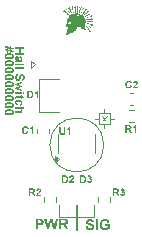
<source format=gbr>
%TF.GenerationSoftware,KiCad,Pcbnew,8.0.2-1*%
%TF.CreationDate,2024-08-18T21:43:35-07:00*%
%TF.ProjectId,HallSwitch,48616c6c-5377-4697-9463-682e6b696361,rev?*%
%TF.SameCoordinates,Original*%
%TF.FileFunction,Legend,Top*%
%TF.FilePolarity,Positive*%
%FSLAX46Y46*%
G04 Gerber Fmt 4.6, Leading zero omitted, Abs format (unit mm)*
G04 Created by KiCad (PCBNEW 8.0.2-1) date 2024-08-18 21:43:35*
%MOMM*%
%LPD*%
G01*
G04 APERTURE LIST*
%ADD10C,0.177800*%
%ADD11C,0.100000*%
%ADD12C,0.190500*%
%ADD13C,0.222250*%
%ADD14C,0.158750*%
%ADD15C,0.120000*%
%ADD16C,0.000000*%
G04 APERTURE END LIST*
D10*
X127000000Y-109220000D02*
X127000000Y-110540800D01*
D11*
X129286000Y-103378000D02*
G75*
G02*
X124714000Y-103378000I-2286000J0D01*
G01*
X124714000Y-103378000D02*
G75*
G02*
X129286000Y-103378000I2286000J0D01*
G01*
D12*
G36*
X121795540Y-95125960D02*
G01*
X122569770Y-95125960D01*
X122569770Y-95280806D01*
X122260078Y-95280806D01*
X122260078Y-95584543D01*
X122569770Y-95584543D01*
X122569770Y-95739389D01*
X121795540Y-95739389D01*
X121795540Y-95584543D01*
X122129054Y-95584543D01*
X122129054Y-95280806D01*
X121795540Y-95280806D01*
X121795540Y-95125960D01*
G37*
G36*
X121987714Y-95859054D02*
G01*
X122023867Y-95871369D01*
X122035811Y-95877857D01*
X122065323Y-95901017D01*
X122088066Y-95931088D01*
X122093320Y-95940949D01*
X122107549Y-95976430D01*
X122118327Y-96013714D01*
X122127188Y-96053269D01*
X122128124Y-96058014D01*
X122136621Y-96100096D01*
X122146005Y-96140773D01*
X122156145Y-96177080D01*
X122164788Y-96200949D01*
X122179863Y-96200949D01*
X122216993Y-96195691D01*
X122241652Y-96179918D01*
X122256551Y-96144691D01*
X122260060Y-96104599D01*
X122260078Y-96101006D01*
X122255072Y-96062246D01*
X122244258Y-96039589D01*
X122215105Y-96015409D01*
X122188610Y-96004042D01*
X122212433Y-95870599D01*
X122249330Y-95883882D01*
X122284721Y-95903665D01*
X122313635Y-95928571D01*
X122329312Y-95948022D01*
X122347665Y-95983220D01*
X122358936Y-96021577D01*
X122364906Y-96060597D01*
X122367130Y-96098097D01*
X122367279Y-96111429D01*
X122366157Y-96152089D01*
X122362126Y-96192647D01*
X122354088Y-96230739D01*
X122343829Y-96257900D01*
X122324461Y-96290022D01*
X122297367Y-96317309D01*
X122284272Y-96325645D01*
X122248827Y-96337667D01*
X122211078Y-96343042D01*
X122169491Y-96345200D01*
X122151946Y-96345373D01*
X121979233Y-96343698D01*
X121940839Y-96344257D01*
X121902229Y-96346461D01*
X121870543Y-96350770D01*
X121834298Y-96360913D01*
X121798035Y-96376000D01*
X121795540Y-96377198D01*
X121795540Y-96231844D01*
X121831893Y-96220253D01*
X121840951Y-96217699D01*
X121859004Y-96212488D01*
X121833338Y-96183420D01*
X121811558Y-96150275D01*
X121802426Y-96131715D01*
X121790255Y-96095952D01*
X121788405Y-96084256D01*
X121890829Y-96084256D01*
X121897018Y-96123154D01*
X121914060Y-96157930D01*
X121915582Y-96160190D01*
X121942511Y-96186333D01*
X121961738Y-96195180D01*
X121999135Y-96200267D01*
X122029856Y-96200949D01*
X122057587Y-96200949D01*
X122047769Y-96164424D01*
X122039246Y-96126222D01*
X122036184Y-96111429D01*
X122027783Y-96074347D01*
X122015720Y-96038310D01*
X122011989Y-96031400D01*
X121983723Y-96006609D01*
X121962855Y-96002553D01*
X121926205Y-96013461D01*
X121912046Y-96025631D01*
X121893813Y-96059349D01*
X121890829Y-96084256D01*
X121788405Y-96084256D01*
X121784289Y-96058224D01*
X121783628Y-96040148D01*
X121786583Y-95999517D01*
X121796970Y-95959230D01*
X121814836Y-95924684D01*
X121830901Y-95904843D01*
X121859479Y-95880912D01*
X121895895Y-95863508D01*
X121932865Y-95856111D01*
X121950572Y-95855337D01*
X121987714Y-95859054D01*
G37*
G36*
X121795540Y-96487377D02*
G01*
X122569770Y-96487377D01*
X122569770Y-96634593D01*
X121795540Y-96634593D01*
X121795540Y-96487377D01*
G37*
G36*
X121795540Y-96783669D02*
G01*
X122569770Y-96783669D01*
X122569770Y-96930885D01*
X121795540Y-96930885D01*
X121795540Y-96783669D01*
G37*
G36*
X122045675Y-97338100D02*
G01*
X122057587Y-97488851D01*
X122019222Y-97498702D01*
X121983846Y-97514827D01*
X121953749Y-97538862D01*
X121949269Y-97543941D01*
X121929560Y-97576033D01*
X121918032Y-97614987D01*
X121914652Y-97656353D01*
X121917110Y-97695523D01*
X121925609Y-97732208D01*
X121943821Y-97766729D01*
X121945733Y-97769138D01*
X121975086Y-97795092D01*
X122010964Y-97806771D01*
X122018689Y-97807105D01*
X122055680Y-97797336D01*
X122064287Y-97791099D01*
X122086874Y-97759912D01*
X122097043Y-97735451D01*
X122108432Y-97698225D01*
X122118839Y-97660261D01*
X122128602Y-97623140D01*
X122131660Y-97611314D01*
X122141941Y-97574218D01*
X122155167Y-97534488D01*
X122169361Y-97499980D01*
X122187145Y-97466320D01*
X122209083Y-97436554D01*
X122238437Y-97408997D01*
X122270482Y-97388208D01*
X122305216Y-97374188D01*
X122342639Y-97366936D01*
X122365232Y-97365831D01*
X122405019Y-97369745D01*
X122443003Y-97381489D01*
X122475969Y-97398959D01*
X122505889Y-97422634D01*
X122530974Y-97452016D01*
X122551225Y-97487104D01*
X122554695Y-97494807D01*
X122567740Y-97532119D01*
X122575751Y-97568696D01*
X122580390Y-97608483D01*
X122581681Y-97645931D01*
X122580095Y-97689319D01*
X122575338Y-97729216D01*
X122567409Y-97765625D01*
X122553708Y-97804709D01*
X122535440Y-97838767D01*
X122516728Y-97863311D01*
X122486235Y-97891989D01*
X122451593Y-97914023D01*
X122412801Y-97929414D01*
X122376247Y-97937318D01*
X122343456Y-97940176D01*
X122343456Y-97785143D01*
X122381781Y-97774526D01*
X122415048Y-97754002D01*
X122425532Y-97742524D01*
X122442708Y-97707592D01*
X122449774Y-97667671D01*
X122450657Y-97644256D01*
X122448004Y-97604983D01*
X122438955Y-97568333D01*
X122423485Y-97538544D01*
X122392183Y-97515920D01*
X122376584Y-97513977D01*
X122340955Y-97526958D01*
X122330987Y-97537055D01*
X122312343Y-97570773D01*
X122299362Y-97606367D01*
X122287641Y-97646119D01*
X122279061Y-97679431D01*
X122268693Y-97719791D01*
X122258246Y-97756002D01*
X122245958Y-97793006D01*
X122231784Y-97828382D01*
X122222855Y-97846747D01*
X122202888Y-97878288D01*
X122176180Y-97907651D01*
X122144501Y-97931428D01*
X122107589Y-97948912D01*
X122069261Y-97958508D01*
X122030882Y-97962017D01*
X122021853Y-97962137D01*
X121981261Y-97958556D01*
X121942304Y-97947815D01*
X121904983Y-97929913D01*
X121897716Y-97925473D01*
X121867513Y-97902449D01*
X121842021Y-97874627D01*
X121821241Y-97842005D01*
X121811731Y-97821808D01*
X121799436Y-97786249D01*
X121790654Y-97746572D01*
X121785851Y-97708476D01*
X121783738Y-97667228D01*
X121783628Y-97654864D01*
X121785259Y-97611032D01*
X121790153Y-97570499D01*
X121798309Y-97533265D01*
X121812403Y-97492938D01*
X121831195Y-97457361D01*
X121850443Y-97431343D01*
X121877721Y-97404305D01*
X121909304Y-97381677D01*
X121945193Y-97363459D01*
X121985386Y-97349651D01*
X122022170Y-97341513D01*
X122045675Y-97338100D01*
G37*
G36*
X121795540Y-98190870D02*
G01*
X122355368Y-98014993D01*
X122355368Y-98157928D01*
X121988539Y-98262151D01*
X122355368Y-98357999D01*
X122355368Y-98499818D01*
X121988539Y-98592502D01*
X122355368Y-98698586D01*
X122355368Y-98843754D01*
X121795540Y-98665086D01*
X121795540Y-98523826D01*
X122155668Y-98427978D01*
X121795540Y-98333805D01*
X121795540Y-98190870D01*
G37*
G36*
X122438746Y-98916525D02*
G01*
X122569770Y-98916525D01*
X122569770Y-99063740D01*
X122438746Y-99063740D01*
X122438746Y-98916525D01*
G37*
G36*
X121795540Y-98916525D02*
G01*
X122355368Y-98916525D01*
X122355368Y-99063740D01*
X121795540Y-99063740D01*
X121795540Y-98916525D01*
G37*
G36*
X122355368Y-99467792D02*
G01*
X122248166Y-99467792D01*
X122248166Y-99367290D01*
X122005103Y-99367290D01*
X121964939Y-99367563D01*
X121927254Y-99368994D01*
X121918932Y-99370082D01*
X121898646Y-99383296D01*
X121890829Y-99408049D01*
X121897515Y-99444820D01*
X121904974Y-99467233D01*
X121802984Y-99479889D01*
X121791964Y-99442991D01*
X121785518Y-99402925D01*
X121783628Y-99363754D01*
X121787071Y-99325880D01*
X121797401Y-99291915D01*
X121817742Y-99258676D01*
X121832948Y-99245014D01*
X121868181Y-99229400D01*
X121891946Y-99224356D01*
X121931821Y-99220866D01*
X121970399Y-99219866D01*
X121998589Y-99219703D01*
X122248166Y-99219703D01*
X122248166Y-99152144D01*
X122355368Y-99152144D01*
X122355368Y-99219703D01*
X122462569Y-99219703D01*
X122545947Y-99367290D01*
X122355368Y-99367290D01*
X122355368Y-99467792D01*
G37*
G36*
X122200521Y-100052745D02*
G01*
X122176699Y-99907763D01*
X122213038Y-99895805D01*
X122239047Y-99874449D01*
X122256052Y-99840457D01*
X122260078Y-99807262D01*
X122254372Y-99769199D01*
X122235314Y-99734993D01*
X122219505Y-99719602D01*
X122185168Y-99700953D01*
X122147488Y-99691453D01*
X122106753Y-99687358D01*
X122083829Y-99686847D01*
X122046365Y-99688011D01*
X122008166Y-99692314D01*
X121971772Y-99701114D01*
X121937174Y-99717937D01*
X121934380Y-99719975D01*
X121907841Y-99748153D01*
X121893551Y-99782718D01*
X121890829Y-99809309D01*
X121896832Y-99847369D01*
X121914838Y-99877799D01*
X121945168Y-99899448D01*
X121980443Y-99911762D01*
X121998030Y-99915580D01*
X121974208Y-100060003D01*
X121935134Y-100048174D01*
X121900478Y-100032390D01*
X121866280Y-100009510D01*
X121837851Y-99981465D01*
X121831645Y-99973647D01*
X121810638Y-99939007D01*
X121797180Y-99904231D01*
X121788317Y-99865287D01*
X121784050Y-99822175D01*
X121783628Y-99802423D01*
X121786344Y-99758443D01*
X121794490Y-99717930D01*
X121808067Y-99680886D01*
X121827074Y-99647309D01*
X121851512Y-99617200D01*
X121860865Y-99607935D01*
X121891980Y-99583331D01*
X121927255Y-99563817D01*
X121966692Y-99549394D01*
X122010291Y-99540062D01*
X122049802Y-99536173D01*
X122074895Y-99535537D01*
X122116613Y-99537313D01*
X122155342Y-99542643D01*
X122197869Y-99553729D01*
X122236092Y-99569932D01*
X122270009Y-99591251D01*
X122290228Y-99608307D01*
X122316413Y-99637402D01*
X122337181Y-99670108D01*
X122352531Y-99706426D01*
X122362463Y-99746356D01*
X122366978Y-99789898D01*
X122367279Y-99805214D01*
X122365302Y-99847605D01*
X122359370Y-99886023D01*
X122347750Y-99925066D01*
X122330965Y-99958921D01*
X122325962Y-99966575D01*
X122299410Y-99997620D01*
X122270074Y-100020741D01*
X122235341Y-100039652D01*
X122200521Y-100052745D01*
G37*
G36*
X122569770Y-100307906D02*
G01*
X122287995Y-100307906D01*
X122314939Y-100335548D01*
X122339328Y-100370278D01*
X122356129Y-100407680D01*
X122365343Y-100447753D01*
X122367279Y-100478013D01*
X122364146Y-100517637D01*
X122354747Y-100553943D01*
X122348295Y-100569581D01*
X122328208Y-100603376D01*
X122301734Y-100629687D01*
X122299906Y-100630998D01*
X122266824Y-100649271D01*
X122234580Y-100659287D01*
X122195725Y-100664504D01*
X122154551Y-100666553D01*
X122123471Y-100666918D01*
X121795540Y-100666918D01*
X121795540Y-100519889D01*
X122094809Y-100519889D01*
X122135231Y-100519365D01*
X122174340Y-100517239D01*
X122207780Y-100511514D01*
X122239273Y-100490589D01*
X122245933Y-100481922D01*
X122258959Y-100445942D01*
X122260078Y-100428879D01*
X122254307Y-100390105D01*
X122241839Y-100363368D01*
X122215699Y-100335802D01*
X122187307Y-100321120D01*
X122148692Y-100312087D01*
X122108955Y-100308538D01*
X122079362Y-100307906D01*
X121795540Y-100307906D01*
X121795540Y-100160877D01*
X122569770Y-100160877D01*
X122569770Y-100307906D01*
G37*
D13*
G36*
X127756363Y-110275645D02*
G01*
X127932240Y-110261749D01*
X127943732Y-110306508D01*
X127962545Y-110347780D01*
X127990585Y-110382893D01*
X127996511Y-110388120D01*
X128033952Y-110411113D01*
X128079398Y-110424562D01*
X128127658Y-110428506D01*
X128173357Y-110425638D01*
X128216155Y-110415723D01*
X128256430Y-110394476D01*
X128259240Y-110392245D01*
X128289520Y-110357999D01*
X128303146Y-110316142D01*
X128303535Y-110307129D01*
X128292138Y-110263973D01*
X128284862Y-110253932D01*
X128248477Y-110227580D01*
X128219940Y-110215717D01*
X128176509Y-110202429D01*
X128132217Y-110190288D01*
X128088910Y-110178898D01*
X128075113Y-110175330D01*
X128031834Y-110163335D01*
X127985483Y-110147905D01*
X127945223Y-110131345D01*
X127905953Y-110110598D01*
X127871226Y-110085003D01*
X127839076Y-110050756D01*
X127814822Y-110013371D01*
X127798465Y-109972848D01*
X127790005Y-109929188D01*
X127788716Y-109902830D01*
X127793283Y-109856411D01*
X127806984Y-109812097D01*
X127827365Y-109773636D01*
X127854986Y-109738730D01*
X127889265Y-109709464D01*
X127930202Y-109685838D01*
X127939188Y-109681790D01*
X127982718Y-109666570D01*
X128025391Y-109657223D01*
X128071810Y-109651812D01*
X128115499Y-109650305D01*
X128166118Y-109652155D01*
X128212666Y-109657706D01*
X128255142Y-109666956D01*
X128300740Y-109682941D01*
X128340475Y-109704254D01*
X128369109Y-109726084D01*
X128402567Y-109761659D01*
X128428273Y-109802075D01*
X128446229Y-109847332D01*
X128455450Y-109889978D01*
X128458785Y-109928234D01*
X128277914Y-109928234D01*
X128265527Y-109883522D01*
X128241582Y-109844711D01*
X128228191Y-109832479D01*
X128187438Y-109812441D01*
X128140863Y-109804197D01*
X128113545Y-109803166D01*
X128067727Y-109806262D01*
X128024968Y-109816819D01*
X127990214Y-109834867D01*
X127963820Y-109871386D01*
X127961553Y-109889585D01*
X127976698Y-109931152D01*
X127988477Y-109942782D01*
X128027815Y-109964533D01*
X128069342Y-109979678D01*
X128115719Y-109993352D01*
X128154583Y-110003362D01*
X128201669Y-110015458D01*
X128243916Y-110027647D01*
X128287086Y-110041982D01*
X128328359Y-110058518D01*
X128349784Y-110068936D01*
X128386582Y-110092231D01*
X128420839Y-110123390D01*
X128448579Y-110160348D01*
X128468977Y-110203413D01*
X128480173Y-110248128D01*
X128484266Y-110292905D01*
X128484406Y-110303438D01*
X128480229Y-110350796D01*
X128467697Y-110396245D01*
X128446811Y-110439786D01*
X128441631Y-110448265D01*
X128414771Y-110483502D01*
X128382311Y-110513242D01*
X128344252Y-110537486D01*
X128320689Y-110548580D01*
X128279203Y-110562924D01*
X128232913Y-110573170D01*
X128188469Y-110578773D01*
X128140346Y-110581239D01*
X128125921Y-110581367D01*
X128074784Y-110579464D01*
X128027495Y-110573755D01*
X127984055Y-110564239D01*
X127937007Y-110547797D01*
X127895501Y-110525873D01*
X127865146Y-110503417D01*
X127833602Y-110471592D01*
X127807202Y-110434745D01*
X127785948Y-110392875D01*
X127769839Y-110345982D01*
X127760344Y-110303068D01*
X127756363Y-110275645D01*
G37*
G36*
X128626193Y-110567471D02*
G01*
X128626193Y-109664202D01*
X128806847Y-109664202D01*
X128806847Y-110567471D01*
X128626193Y-110567471D01*
G37*
G36*
X129393755Y-110233956D02*
G01*
X129393755Y-110081095D01*
X129783506Y-110081095D01*
X129783506Y-110444140D01*
X129747487Y-110473765D01*
X129708723Y-110498369D01*
X129669593Y-110518562D01*
X129625602Y-110537507D01*
X129618920Y-110540112D01*
X129571668Y-110556187D01*
X129524145Y-110568314D01*
X129476352Y-110576492D01*
X129428289Y-110580722D01*
X129400703Y-110581367D01*
X129349288Y-110579283D01*
X129300408Y-110573031D01*
X129254062Y-110562611D01*
X129210251Y-110548024D01*
X129168974Y-110529268D01*
X129155778Y-110522090D01*
X129118437Y-110498075D01*
X129084745Y-110470487D01*
X129050050Y-110433786D01*
X129024264Y-110398458D01*
X129002126Y-110359558D01*
X128998792Y-110352727D01*
X128980934Y-110310684D01*
X128966771Y-110267282D01*
X128956303Y-110222522D01*
X128949530Y-110176402D01*
X128946451Y-110128924D01*
X128946246Y-110112796D01*
X128948307Y-110061140D01*
X128954490Y-110011698D01*
X128964795Y-109964469D01*
X128979223Y-109919454D01*
X128997772Y-109876653D01*
X129004871Y-109862878D01*
X129028764Y-109823633D01*
X129056474Y-109787977D01*
X129088001Y-109755909D01*
X129123344Y-109727428D01*
X129162504Y-109702535D01*
X129176406Y-109695035D01*
X129222125Y-109675466D01*
X129266427Y-109662929D01*
X129314740Y-109654673D01*
X129359343Y-109651004D01*
X129390715Y-109650305D01*
X129441040Y-109652108D01*
X129487792Y-109657515D01*
X129530971Y-109666527D01*
X129578070Y-109682099D01*
X129620024Y-109702862D01*
X129651056Y-109724130D01*
X129683880Y-109753799D01*
X129712002Y-109787438D01*
X129735422Y-109825046D01*
X129754139Y-109866623D01*
X129768154Y-109912170D01*
X129771781Y-109928234D01*
X129592213Y-109956027D01*
X129577141Y-109914691D01*
X129553019Y-109875933D01*
X129520994Y-109844204D01*
X129482088Y-109820840D01*
X129437025Y-109807174D01*
X129390715Y-109803166D01*
X129341175Y-109806813D01*
X129296289Y-109817754D01*
X129256059Y-109835989D01*
X129220483Y-109861517D01*
X129202244Y-109879380D01*
X129175001Y-109916171D01*
X129154450Y-109960048D01*
X129142160Y-110003297D01*
X129134786Y-110051753D01*
X129132396Y-110096109D01*
X129132328Y-110105414D01*
X129134056Y-110153925D01*
X129139240Y-110198492D01*
X129150024Y-110246767D01*
X129165785Y-110289362D01*
X129190463Y-110331878D01*
X129203113Y-110347733D01*
X129236275Y-110379206D01*
X129273635Y-110402949D01*
X129315192Y-110418962D01*
X129360947Y-110427244D01*
X129388978Y-110428506D01*
X129435095Y-110424743D01*
X129477792Y-110414591D01*
X129502755Y-110405707D01*
X129543324Y-110387234D01*
X129582175Y-110364120D01*
X129600898Y-110350339D01*
X129600898Y-110233956D01*
X129393755Y-110233956D01*
G37*
D12*
G36*
X123848425Y-109613730D02*
G01*
X123899519Y-109614993D01*
X123948902Y-109617661D01*
X123996211Y-109622986D01*
X124014627Y-109626864D01*
X124055993Y-109641845D01*
X124093374Y-109664314D01*
X124126771Y-109694272D01*
X124143603Y-109714151D01*
X124168689Y-109755122D01*
X124184095Y-109796761D01*
X124193014Y-109843312D01*
X124195497Y-109888074D01*
X124193127Y-109932180D01*
X124184934Y-109976353D01*
X124169162Y-110019065D01*
X124165533Y-110026170D01*
X124140801Y-110064795D01*
X124108907Y-110098990D01*
X124089537Y-110114108D01*
X124051849Y-110136494D01*
X124010621Y-110152667D01*
X123995736Y-110156449D01*
X123949634Y-110163204D01*
X123904599Y-110166807D01*
X123859249Y-110168646D01*
X123808351Y-110169259D01*
X123690449Y-110169259D01*
X123690449Y-110516671D01*
X123509578Y-110516671D01*
X123509578Y-110016399D01*
X123690449Y-110016399D01*
X123789461Y-110016399D01*
X123838451Y-110015544D01*
X123882989Y-110012538D01*
X123927552Y-110004376D01*
X123932334Y-110002719D01*
X123971282Y-109979242D01*
X123988788Y-109959293D01*
X124006328Y-109918649D01*
X124009198Y-109890679D01*
X124002033Y-109846873D01*
X123980537Y-109811426D01*
X123945733Y-109784823D01*
X123907798Y-109772342D01*
X123863106Y-109767979D01*
X123817356Y-109766554D01*
X123777736Y-109766263D01*
X123690449Y-109766263D01*
X123690449Y-110016399D01*
X123509578Y-110016399D01*
X123509578Y-109613402D01*
X123799666Y-109613402D01*
X123848425Y-109613730D01*
G37*
G36*
X124466044Y-110516671D02*
G01*
X124252386Y-109613402D01*
X124437382Y-109613402D01*
X124572221Y-110233965D01*
X124735939Y-109613402D01*
X124950899Y-109613402D01*
X125107886Y-110244387D01*
X125245330Y-109613402D01*
X125427287Y-109613402D01*
X125209938Y-110516671D01*
X125018210Y-110516671D01*
X124839728Y-109841390D01*
X124662114Y-110516671D01*
X124466044Y-110516671D01*
G37*
G36*
X125945396Y-109614257D02*
G01*
X125990927Y-109616822D01*
X126037062Y-109621975D01*
X126080577Y-109630715D01*
X126102784Y-109637721D01*
X126144489Y-109658930D01*
X126180035Y-109689119D01*
X126207007Y-109724356D01*
X126227618Y-109765064D01*
X126240595Y-109809292D01*
X126245938Y-109857040D01*
X126246091Y-109867012D01*
X126242386Y-109915704D01*
X126231272Y-109959944D01*
X126212748Y-109999734D01*
X126186814Y-110035072D01*
X126153606Y-110065131D01*
X126113043Y-110089084D01*
X126071517Y-110105032D01*
X126024359Y-110116306D01*
X126009851Y-110118668D01*
X126047719Y-110143198D01*
X126083470Y-110171773D01*
X126106475Y-110194447D01*
X126135878Y-110230255D01*
X126161195Y-110265837D01*
X126186063Y-110303562D01*
X126209396Y-110340794D01*
X126318830Y-110516671D01*
X126102567Y-110516671D01*
X125971853Y-110317995D01*
X125947266Y-110282079D01*
X125919303Y-110242527D01*
X125892098Y-110206484D01*
X125876533Y-110188367D01*
X125841595Y-110160323D01*
X125822250Y-110151455D01*
X125779357Y-110143378D01*
X125735133Y-110141476D01*
X125731271Y-110141467D01*
X125694576Y-110141467D01*
X125694576Y-110516671D01*
X125513922Y-110516671D01*
X125513922Y-109988606D01*
X125694576Y-109988606D01*
X125828329Y-109988606D01*
X125873667Y-109988232D01*
X125917879Y-109986850D01*
X125964817Y-109983109D01*
X125990744Y-109977966D01*
X126028558Y-109955752D01*
X126041336Y-109940837D01*
X126057989Y-109898451D01*
X126059792Y-109875046D01*
X126052166Y-109830641D01*
X126035690Y-109803609D01*
X126000027Y-109778421D01*
X125967511Y-109769303D01*
X125923596Y-109767023D01*
X125879571Y-109766408D01*
X125835712Y-109766263D01*
X125694576Y-109766263D01*
X125694576Y-109988606D01*
X125513922Y-109988606D01*
X125513922Y-109613402D01*
X125894337Y-109613402D01*
X125945396Y-109614257D01*
G37*
G36*
X121200992Y-95079236D02*
G01*
X121355838Y-95111434D01*
X121355838Y-94985249D01*
X121463039Y-94985249D01*
X121463039Y-95133581D01*
X121665530Y-95175643D01*
X121665530Y-95292894D01*
X121463039Y-95251205D01*
X121463039Y-95366595D01*
X121665530Y-95407540D01*
X121665530Y-95529072D01*
X121463039Y-95486824D01*
X121463039Y-95559408D01*
X121355838Y-95559408D01*
X121355838Y-95464304D01*
X121200992Y-95432107D01*
X121200992Y-95559408D01*
X121093790Y-95559408D01*
X121093790Y-95409587D01*
X120891300Y-95367339D01*
X120891300Y-95313367D01*
X121200992Y-95313367D01*
X121355838Y-95344820D01*
X121355838Y-95229057D01*
X121200992Y-95197232D01*
X121200992Y-95313367D01*
X120891300Y-95313367D01*
X120891300Y-95250646D01*
X121093790Y-95291591D01*
X121093790Y-95175085D01*
X120891300Y-95133395D01*
X120891300Y-95015027D01*
X121093790Y-95057089D01*
X121093790Y-94985249D01*
X121200992Y-94985249D01*
X121200992Y-95079236D01*
G37*
G36*
X121313451Y-95614788D02*
G01*
X121351000Y-95616775D01*
X121397738Y-95621486D01*
X121440672Y-95628553D01*
X121479802Y-95637975D01*
X121515129Y-95649752D01*
X121553938Y-95667786D01*
X121586804Y-95689501D01*
X121617479Y-95719129D01*
X121640620Y-95753460D01*
X121656227Y-95792493D01*
X121663608Y-95829692D01*
X121665530Y-95863331D01*
X121662723Y-95903365D01*
X121654302Y-95939998D01*
X121637382Y-95978435D01*
X121612821Y-96012241D01*
X121585687Y-96037532D01*
X121553107Y-96059086D01*
X121514455Y-96076987D01*
X121469734Y-96091234D01*
X121429586Y-96100002D01*
X121385553Y-96106432D01*
X121337634Y-96110523D01*
X121299146Y-96112058D01*
X121272273Y-96112350D01*
X121232384Y-96111687D01*
X121194655Y-96109700D01*
X121147708Y-96104989D01*
X121104600Y-96097922D01*
X121065330Y-96088501D01*
X121029898Y-96076723D01*
X120991007Y-96058689D01*
X120958114Y-96036974D01*
X120927439Y-96007355D01*
X120904298Y-95973051D01*
X120888691Y-95934062D01*
X120881310Y-95896915D01*
X120879388Y-95863331D01*
X121010412Y-95863331D01*
X121019729Y-95900111D01*
X121026976Y-95910976D01*
X121057859Y-95933484D01*
X121086160Y-95943359D01*
X121123079Y-95950737D01*
X121160140Y-95954805D01*
X121197719Y-95957130D01*
X121240663Y-95958382D01*
X121272273Y-95958621D01*
X121311214Y-95958289D01*
X121352653Y-95957015D01*
X121393705Y-95954322D01*
X121431003Y-95949651D01*
X121452244Y-95945034D01*
X121489002Y-95931757D01*
X121517942Y-95910603D01*
X121533471Y-95876265D01*
X121534506Y-95863331D01*
X121525189Y-95826550D01*
X121517942Y-95815686D01*
X121487059Y-95793178D01*
X121458758Y-95783302D01*
X121421584Y-95775925D01*
X121384406Y-95771856D01*
X121346784Y-95769531D01*
X121303848Y-95768279D01*
X121272273Y-95768041D01*
X121233274Y-95768372D01*
X121191765Y-95769646D01*
X121150631Y-95772340D01*
X121113240Y-95777010D01*
X121091929Y-95781627D01*
X121055334Y-95794869D01*
X121026604Y-95815872D01*
X121011424Y-95850384D01*
X121010412Y-95863331D01*
X120879388Y-95863331D01*
X120882424Y-95822840D01*
X120891532Y-95785399D01*
X120906712Y-95751006D01*
X120927964Y-95719663D01*
X120955287Y-95691369D01*
X120965745Y-95682615D01*
X121002885Y-95659339D01*
X121041103Y-95643621D01*
X121085927Y-95631248D01*
X121126543Y-95623757D01*
X121171388Y-95618406D01*
X121220461Y-95615195D01*
X121260040Y-95614192D01*
X121273762Y-95614125D01*
X121313451Y-95614788D01*
G37*
G36*
X121313451Y-96208116D02*
G01*
X121351000Y-96210104D01*
X121397738Y-96214815D01*
X121440672Y-96221881D01*
X121479802Y-96231303D01*
X121515129Y-96243080D01*
X121553938Y-96261115D01*
X121586804Y-96282829D01*
X121617479Y-96312458D01*
X121640620Y-96346788D01*
X121656227Y-96385821D01*
X121663608Y-96423021D01*
X121665530Y-96456659D01*
X121662723Y-96496694D01*
X121654302Y-96533326D01*
X121637382Y-96571763D01*
X121612821Y-96605570D01*
X121585687Y-96630861D01*
X121553107Y-96652415D01*
X121514455Y-96670315D01*
X121469734Y-96684563D01*
X121429586Y-96693330D01*
X121385553Y-96699760D01*
X121337634Y-96703852D01*
X121299146Y-96705386D01*
X121272273Y-96705678D01*
X121232384Y-96705016D01*
X121194655Y-96703028D01*
X121147708Y-96698317D01*
X121104600Y-96691251D01*
X121065330Y-96681829D01*
X121029898Y-96670051D01*
X120991007Y-96652017D01*
X120958114Y-96630303D01*
X120927439Y-96600683D01*
X120904298Y-96566379D01*
X120888691Y-96527391D01*
X120881310Y-96490244D01*
X120879388Y-96456659D01*
X121010412Y-96456659D01*
X121019729Y-96493440D01*
X121026976Y-96504304D01*
X121057859Y-96526812D01*
X121086160Y-96536688D01*
X121123079Y-96544065D01*
X121160140Y-96548134D01*
X121197719Y-96550459D01*
X121240663Y-96551710D01*
X121272273Y-96551949D01*
X121311214Y-96551617D01*
X121352653Y-96550344D01*
X121393705Y-96547650D01*
X121431003Y-96542980D01*
X121452244Y-96538363D01*
X121489002Y-96525085D01*
X121517942Y-96503932D01*
X121533471Y-96469594D01*
X121534506Y-96456659D01*
X121525189Y-96419878D01*
X121517942Y-96409014D01*
X121487059Y-96386506D01*
X121458758Y-96376630D01*
X121421584Y-96369253D01*
X121384406Y-96365184D01*
X121346784Y-96362860D01*
X121303848Y-96361608D01*
X121272273Y-96361369D01*
X121233274Y-96361701D01*
X121191765Y-96362975D01*
X121150631Y-96365668D01*
X121113240Y-96370338D01*
X121091929Y-96374955D01*
X121055334Y-96388197D01*
X121026604Y-96409200D01*
X121011424Y-96443713D01*
X121010412Y-96456659D01*
X120879388Y-96456659D01*
X120882424Y-96416169D01*
X120891532Y-96378727D01*
X120906712Y-96344335D01*
X120927964Y-96312991D01*
X120955287Y-96284697D01*
X120965745Y-96275943D01*
X121002885Y-96252668D01*
X121041103Y-96236950D01*
X121085927Y-96224576D01*
X121126543Y-96217085D01*
X121171388Y-96211734D01*
X121220461Y-96208524D01*
X121260040Y-96207521D01*
X121273762Y-96207454D01*
X121313451Y-96208116D01*
G37*
G36*
X121313451Y-96801445D02*
G01*
X121351000Y-96803432D01*
X121397738Y-96808143D01*
X121440672Y-96815209D01*
X121479802Y-96824631D01*
X121515129Y-96836409D01*
X121553938Y-96854443D01*
X121586804Y-96876158D01*
X121617479Y-96905786D01*
X121640620Y-96940117D01*
X121656227Y-96979150D01*
X121663608Y-97016349D01*
X121665530Y-97049987D01*
X121662723Y-97090022D01*
X121654302Y-97126654D01*
X121637382Y-97165092D01*
X121612821Y-97198898D01*
X121585687Y-97224189D01*
X121553107Y-97245743D01*
X121514455Y-97263644D01*
X121469734Y-97277891D01*
X121429586Y-97286659D01*
X121385553Y-97293089D01*
X121337634Y-97297180D01*
X121299146Y-97298714D01*
X121272273Y-97299007D01*
X121232384Y-97298344D01*
X121194655Y-97296357D01*
X121147708Y-97291646D01*
X121104600Y-97284579D01*
X121065330Y-97275157D01*
X121029898Y-97263380D01*
X120991007Y-97245346D01*
X120958114Y-97223631D01*
X120927439Y-97194011D01*
X120904298Y-97159708D01*
X120888691Y-97120719D01*
X120881310Y-97083572D01*
X120879388Y-97049987D01*
X121010412Y-97049987D01*
X121019729Y-97086768D01*
X121026976Y-97097632D01*
X121057859Y-97120140D01*
X121086160Y-97130016D01*
X121123079Y-97137393D01*
X121160140Y-97141462D01*
X121197719Y-97143787D01*
X121240663Y-97145039D01*
X121272273Y-97145277D01*
X121311214Y-97144946D01*
X121352653Y-97143672D01*
X121393705Y-97140979D01*
X121431003Y-97136308D01*
X121452244Y-97131691D01*
X121489002Y-97118414D01*
X121517942Y-97097260D01*
X121533471Y-97062922D01*
X121534506Y-97049987D01*
X121525189Y-97013207D01*
X121517942Y-97002342D01*
X121487059Y-96979834D01*
X121458758Y-96969959D01*
X121421584Y-96962582D01*
X121384406Y-96958513D01*
X121346784Y-96956188D01*
X121303848Y-96954936D01*
X121272273Y-96954698D01*
X121233274Y-96955029D01*
X121191765Y-96956303D01*
X121150631Y-96958996D01*
X121113240Y-96963667D01*
X121091929Y-96968284D01*
X121055334Y-96981525D01*
X121026604Y-97002529D01*
X121011424Y-97037041D01*
X121010412Y-97049987D01*
X120879388Y-97049987D01*
X120882424Y-97009497D01*
X120891532Y-96972056D01*
X120906712Y-96937663D01*
X120927964Y-96906320D01*
X120955287Y-96878026D01*
X120965745Y-96869272D01*
X121002885Y-96845996D01*
X121041103Y-96830278D01*
X121085927Y-96817904D01*
X121126543Y-96810413D01*
X121171388Y-96805063D01*
X121220461Y-96801852D01*
X121260040Y-96800849D01*
X121273762Y-96800782D01*
X121313451Y-96801445D01*
G37*
G36*
X121313451Y-97394773D02*
G01*
X121351000Y-97396760D01*
X121397738Y-97401471D01*
X121440672Y-97408538D01*
X121479802Y-97417960D01*
X121515129Y-97429737D01*
X121553938Y-97447772D01*
X121586804Y-97469486D01*
X121617479Y-97499115D01*
X121640620Y-97533445D01*
X121656227Y-97572478D01*
X121663608Y-97609677D01*
X121665530Y-97643316D01*
X121662723Y-97683351D01*
X121654302Y-97719983D01*
X121637382Y-97758420D01*
X121612821Y-97792227D01*
X121585687Y-97817518D01*
X121553107Y-97839072D01*
X121514455Y-97856972D01*
X121469734Y-97871220D01*
X121429586Y-97879987D01*
X121385553Y-97886417D01*
X121337634Y-97890509D01*
X121299146Y-97892043D01*
X121272273Y-97892335D01*
X121232384Y-97891673D01*
X121194655Y-97889685D01*
X121147708Y-97884974D01*
X121104600Y-97877908D01*
X121065330Y-97868486D01*
X121029898Y-97856708D01*
X120991007Y-97838674D01*
X120958114Y-97816959D01*
X120927439Y-97787340D01*
X120904298Y-97753036D01*
X120888691Y-97714048D01*
X120881310Y-97676901D01*
X120879388Y-97643316D01*
X121010412Y-97643316D01*
X121019729Y-97680096D01*
X121026976Y-97690961D01*
X121057859Y-97713469D01*
X121086160Y-97723344D01*
X121123079Y-97730722D01*
X121160140Y-97734790D01*
X121197719Y-97737115D01*
X121240663Y-97738367D01*
X121272273Y-97738606D01*
X121311214Y-97738274D01*
X121352653Y-97737000D01*
X121393705Y-97734307D01*
X121431003Y-97729637D01*
X121452244Y-97725019D01*
X121489002Y-97711742D01*
X121517942Y-97690589D01*
X121533471Y-97656251D01*
X121534506Y-97643316D01*
X121525189Y-97606535D01*
X121517942Y-97595671D01*
X121487059Y-97573163D01*
X121458758Y-97563287D01*
X121421584Y-97555910D01*
X121384406Y-97551841D01*
X121346784Y-97549516D01*
X121303848Y-97548264D01*
X121272273Y-97548026D01*
X121233274Y-97548358D01*
X121191765Y-97549631D01*
X121150631Y-97552325D01*
X121113240Y-97556995D01*
X121091929Y-97561612D01*
X121055334Y-97574854D01*
X121026604Y-97595857D01*
X121011424Y-97630369D01*
X121010412Y-97643316D01*
X120879388Y-97643316D01*
X120882424Y-97602825D01*
X120891532Y-97565384D01*
X120906712Y-97530992D01*
X120927964Y-97499648D01*
X120955287Y-97471354D01*
X120965745Y-97462600D01*
X121002885Y-97439324D01*
X121041103Y-97423606D01*
X121085927Y-97411233D01*
X121126543Y-97403742D01*
X121171388Y-97398391D01*
X121220461Y-97395181D01*
X121260040Y-97394177D01*
X121273762Y-97394110D01*
X121313451Y-97394773D01*
G37*
G36*
X121313451Y-97988101D02*
G01*
X121351000Y-97990089D01*
X121397738Y-97994800D01*
X121440672Y-98001866D01*
X121479802Y-98011288D01*
X121515129Y-98023066D01*
X121553938Y-98041100D01*
X121586804Y-98062815D01*
X121617479Y-98092443D01*
X121640620Y-98126774D01*
X121656227Y-98165806D01*
X121663608Y-98203006D01*
X121665530Y-98236644D01*
X121662723Y-98276679D01*
X121654302Y-98313311D01*
X121637382Y-98351749D01*
X121612821Y-98385555D01*
X121585687Y-98410846D01*
X121553107Y-98432400D01*
X121514455Y-98450301D01*
X121469734Y-98464548D01*
X121429586Y-98473316D01*
X121385553Y-98479745D01*
X121337634Y-98483837D01*
X121299146Y-98485371D01*
X121272273Y-98485664D01*
X121232384Y-98485001D01*
X121194655Y-98483014D01*
X121147708Y-98478303D01*
X121104600Y-98471236D01*
X121065330Y-98461814D01*
X121029898Y-98450037D01*
X120991007Y-98432002D01*
X120958114Y-98410288D01*
X120927439Y-98380668D01*
X120904298Y-98346364D01*
X120888691Y-98307376D01*
X120881310Y-98270229D01*
X120879388Y-98236644D01*
X121010412Y-98236644D01*
X121019729Y-98273425D01*
X121026976Y-98284289D01*
X121057859Y-98306797D01*
X121086160Y-98316673D01*
X121123079Y-98324050D01*
X121160140Y-98328119D01*
X121197719Y-98330444D01*
X121240663Y-98331696D01*
X121272273Y-98331934D01*
X121311214Y-98331602D01*
X121352653Y-98330329D01*
X121393705Y-98327635D01*
X121431003Y-98322965D01*
X121452244Y-98318348D01*
X121489002Y-98305071D01*
X121517942Y-98283917D01*
X121533471Y-98249579D01*
X121534506Y-98236644D01*
X121525189Y-98199864D01*
X121517942Y-98188999D01*
X121487059Y-98166491D01*
X121458758Y-98156616D01*
X121421584Y-98149238D01*
X121384406Y-98145170D01*
X121346784Y-98142845D01*
X121303848Y-98141593D01*
X121272273Y-98141354D01*
X121233274Y-98141686D01*
X121191765Y-98142960D01*
X121150631Y-98145653D01*
X121113240Y-98150323D01*
X121091929Y-98154941D01*
X121055334Y-98168182D01*
X121026604Y-98189185D01*
X121011424Y-98223698D01*
X121010412Y-98236644D01*
X120879388Y-98236644D01*
X120882424Y-98196154D01*
X120891532Y-98158712D01*
X120906712Y-98124320D01*
X120927964Y-98092977D01*
X120955287Y-98064682D01*
X120965745Y-98055928D01*
X121002885Y-98032653D01*
X121041103Y-98016935D01*
X121085927Y-98004561D01*
X121126543Y-97997070D01*
X121171388Y-97991719D01*
X121220461Y-97988509D01*
X121260040Y-97987506D01*
X121273762Y-97987439D01*
X121313451Y-97988101D01*
G37*
G36*
X121313451Y-98581430D02*
G01*
X121351000Y-98583417D01*
X121397738Y-98588128D01*
X121440672Y-98595195D01*
X121479802Y-98604617D01*
X121515129Y-98616394D01*
X121553938Y-98634428D01*
X121586804Y-98656143D01*
X121617479Y-98685771D01*
X121640620Y-98720102D01*
X121656227Y-98759135D01*
X121663608Y-98796334D01*
X121665530Y-98829973D01*
X121662723Y-98870007D01*
X121654302Y-98906640D01*
X121637382Y-98945077D01*
X121612821Y-98978883D01*
X121585687Y-99004174D01*
X121553107Y-99025728D01*
X121514455Y-99043629D01*
X121469734Y-99057876D01*
X121429586Y-99066644D01*
X121385553Y-99073074D01*
X121337634Y-99077165D01*
X121299146Y-99078700D01*
X121272273Y-99078992D01*
X121232384Y-99078329D01*
X121194655Y-99076342D01*
X121147708Y-99071631D01*
X121104600Y-99064565D01*
X121065330Y-99055143D01*
X121029898Y-99043365D01*
X120991007Y-99025331D01*
X120958114Y-99003616D01*
X120927439Y-98973997D01*
X120904298Y-98939693D01*
X120888691Y-98900705D01*
X120881310Y-98863558D01*
X120879388Y-98829973D01*
X121010412Y-98829973D01*
X121019729Y-98866753D01*
X121026976Y-98877618D01*
X121057859Y-98900126D01*
X121086160Y-98910001D01*
X121123079Y-98917379D01*
X121160140Y-98921447D01*
X121197719Y-98923772D01*
X121240663Y-98925024D01*
X121272273Y-98925263D01*
X121311214Y-98924931D01*
X121352653Y-98923657D01*
X121393705Y-98920964D01*
X121431003Y-98916293D01*
X121452244Y-98911676D01*
X121489002Y-98898399D01*
X121517942Y-98877245D01*
X121533471Y-98842908D01*
X121534506Y-98829973D01*
X121525189Y-98793192D01*
X121517942Y-98782328D01*
X121487059Y-98759820D01*
X121458758Y-98749944D01*
X121421584Y-98742567D01*
X121384406Y-98738498D01*
X121346784Y-98736173D01*
X121303848Y-98734921D01*
X121272273Y-98734683D01*
X121233274Y-98735014D01*
X121191765Y-98736288D01*
X121150631Y-98738982D01*
X121113240Y-98743652D01*
X121091929Y-98748269D01*
X121055334Y-98761511D01*
X121026604Y-98782514D01*
X121011424Y-98817026D01*
X121010412Y-98829973D01*
X120879388Y-98829973D01*
X120882424Y-98789482D01*
X120891532Y-98752041D01*
X120906712Y-98717648D01*
X120927964Y-98686305D01*
X120955287Y-98658011D01*
X120965745Y-98649257D01*
X121002885Y-98625981D01*
X121041103Y-98610263D01*
X121085927Y-98597890D01*
X121126543Y-98590399D01*
X121171388Y-98585048D01*
X121220461Y-98581837D01*
X121260040Y-98580834D01*
X121273762Y-98580767D01*
X121313451Y-98581430D01*
G37*
G36*
X121313451Y-99174758D02*
G01*
X121351000Y-99176746D01*
X121397738Y-99181457D01*
X121440672Y-99188523D01*
X121479802Y-99197945D01*
X121515129Y-99209723D01*
X121553938Y-99227757D01*
X121586804Y-99249471D01*
X121617479Y-99279100D01*
X121640620Y-99313430D01*
X121656227Y-99352463D01*
X121663608Y-99389663D01*
X121665530Y-99423301D01*
X121662723Y-99463336D01*
X121654302Y-99499968D01*
X121637382Y-99538405D01*
X121612821Y-99572212D01*
X121585687Y-99597503D01*
X121553107Y-99619057D01*
X121514455Y-99636957D01*
X121469734Y-99651205D01*
X121429586Y-99659973D01*
X121385553Y-99666402D01*
X121337634Y-99670494D01*
X121299146Y-99672028D01*
X121272273Y-99672320D01*
X121232384Y-99671658D01*
X121194655Y-99669670D01*
X121147708Y-99664959D01*
X121104600Y-99657893D01*
X121065330Y-99648471D01*
X121029898Y-99636693D01*
X120991007Y-99618659D01*
X120958114Y-99596945D01*
X120927439Y-99567325D01*
X120904298Y-99533021D01*
X120888691Y-99494033D01*
X120881310Y-99456886D01*
X120879388Y-99423301D01*
X121010412Y-99423301D01*
X121019729Y-99460082D01*
X121026976Y-99470946D01*
X121057859Y-99493454D01*
X121086160Y-99503330D01*
X121123079Y-99510707D01*
X121160140Y-99514776D01*
X121197719Y-99517101D01*
X121240663Y-99518352D01*
X121272273Y-99518591D01*
X121311214Y-99518259D01*
X121352653Y-99516986D01*
X121393705Y-99514292D01*
X121431003Y-99509622D01*
X121452244Y-99505005D01*
X121489002Y-99491727D01*
X121517942Y-99470574D01*
X121533471Y-99436236D01*
X121534506Y-99423301D01*
X121525189Y-99386520D01*
X121517942Y-99375656D01*
X121487059Y-99353148D01*
X121458758Y-99343272D01*
X121421584Y-99335895D01*
X121384406Y-99331826D01*
X121346784Y-99329502D01*
X121303848Y-99328250D01*
X121272273Y-99328011D01*
X121233274Y-99328343D01*
X121191765Y-99329617D01*
X121150631Y-99332310D01*
X121113240Y-99336980D01*
X121091929Y-99341597D01*
X121055334Y-99354839D01*
X121026604Y-99375842D01*
X121011424Y-99410355D01*
X121010412Y-99423301D01*
X120879388Y-99423301D01*
X120882424Y-99382811D01*
X120891532Y-99345369D01*
X120906712Y-99310977D01*
X120927964Y-99279633D01*
X120955287Y-99251339D01*
X120965745Y-99242585D01*
X121002885Y-99219310D01*
X121041103Y-99203592D01*
X121085927Y-99191218D01*
X121126543Y-99183727D01*
X121171388Y-99178376D01*
X121220461Y-99175166D01*
X121260040Y-99174163D01*
X121273762Y-99174096D01*
X121313451Y-99174758D01*
G37*
G36*
X121313451Y-99768087D02*
G01*
X121351000Y-99770074D01*
X121397738Y-99774785D01*
X121440672Y-99781851D01*
X121479802Y-99791273D01*
X121515129Y-99803051D01*
X121553938Y-99821085D01*
X121586804Y-99842800D01*
X121617479Y-99872428D01*
X121640620Y-99906759D01*
X121656227Y-99945792D01*
X121663608Y-99982991D01*
X121665530Y-100016629D01*
X121662723Y-100056664D01*
X121654302Y-100093296D01*
X121637382Y-100131734D01*
X121612821Y-100165540D01*
X121585687Y-100190831D01*
X121553107Y-100212385D01*
X121514455Y-100230286D01*
X121469734Y-100244533D01*
X121429586Y-100253301D01*
X121385553Y-100259731D01*
X121337634Y-100263822D01*
X121299146Y-100265356D01*
X121272273Y-100265649D01*
X121232384Y-100264986D01*
X121194655Y-100262999D01*
X121147708Y-100258288D01*
X121104600Y-100251221D01*
X121065330Y-100241799D01*
X121029898Y-100230022D01*
X120991007Y-100211988D01*
X120958114Y-100190273D01*
X120927439Y-100160654D01*
X120904298Y-100126350D01*
X120888691Y-100087361D01*
X120881310Y-100050214D01*
X120879388Y-100016629D01*
X121010412Y-100016629D01*
X121019729Y-100053410D01*
X121026976Y-100064274D01*
X121057859Y-100086782D01*
X121086160Y-100096658D01*
X121123079Y-100104035D01*
X121160140Y-100108104D01*
X121197719Y-100110429D01*
X121240663Y-100111681D01*
X121272273Y-100111919D01*
X121311214Y-100111588D01*
X121352653Y-100110314D01*
X121393705Y-100107621D01*
X121431003Y-100102950D01*
X121452244Y-100098333D01*
X121489002Y-100085056D01*
X121517942Y-100063902D01*
X121533471Y-100029564D01*
X121534506Y-100016629D01*
X121525189Y-99979849D01*
X121517942Y-99968985D01*
X121487059Y-99946476D01*
X121458758Y-99936601D01*
X121421584Y-99929224D01*
X121384406Y-99925155D01*
X121346784Y-99922830D01*
X121303848Y-99921578D01*
X121272273Y-99921340D01*
X121233274Y-99921671D01*
X121191765Y-99922945D01*
X121150631Y-99925638D01*
X121113240Y-99930309D01*
X121091929Y-99934926D01*
X121055334Y-99948167D01*
X121026604Y-99969171D01*
X121011424Y-100003683D01*
X121010412Y-100016629D01*
X120879388Y-100016629D01*
X120882424Y-99976139D01*
X120891532Y-99938698D01*
X120906712Y-99904305D01*
X120927964Y-99872962D01*
X120955287Y-99844668D01*
X120965745Y-99835914D01*
X121002885Y-99812638D01*
X121041103Y-99796920D01*
X121085927Y-99784546D01*
X121126543Y-99777055D01*
X121171388Y-99771705D01*
X121220461Y-99768494D01*
X121260040Y-99767491D01*
X121273762Y-99767424D01*
X121313451Y-99768087D01*
G37*
G36*
X121313451Y-100361415D02*
G01*
X121351000Y-100363402D01*
X121397738Y-100368113D01*
X121440672Y-100375180D01*
X121479802Y-100384602D01*
X121515129Y-100396379D01*
X121553938Y-100414414D01*
X121586804Y-100436128D01*
X121617479Y-100465757D01*
X121640620Y-100500087D01*
X121656227Y-100539120D01*
X121663608Y-100576319D01*
X121665530Y-100609958D01*
X121662723Y-100649993D01*
X121654302Y-100686625D01*
X121637382Y-100725062D01*
X121612821Y-100758869D01*
X121585687Y-100784160D01*
X121553107Y-100805714D01*
X121514455Y-100823614D01*
X121469734Y-100837862D01*
X121429586Y-100846629D01*
X121385553Y-100853059D01*
X121337634Y-100857151D01*
X121299146Y-100858685D01*
X121272273Y-100858977D01*
X121232384Y-100858315D01*
X121194655Y-100856327D01*
X121147708Y-100851616D01*
X121104600Y-100844550D01*
X121065330Y-100835128D01*
X121029898Y-100823350D01*
X120991007Y-100805316D01*
X120958114Y-100783601D01*
X120927439Y-100753982D01*
X120904298Y-100719678D01*
X120888691Y-100680690D01*
X120881310Y-100643543D01*
X120879388Y-100609958D01*
X121010412Y-100609958D01*
X121019729Y-100646738D01*
X121026976Y-100657603D01*
X121057859Y-100680111D01*
X121086160Y-100689986D01*
X121123079Y-100697364D01*
X121160140Y-100701432D01*
X121197719Y-100703757D01*
X121240663Y-100705009D01*
X121272273Y-100705248D01*
X121311214Y-100704916D01*
X121352653Y-100703642D01*
X121393705Y-100700949D01*
X121431003Y-100696279D01*
X121452244Y-100691661D01*
X121489002Y-100678384D01*
X121517942Y-100657231D01*
X121533471Y-100622893D01*
X121534506Y-100609958D01*
X121525189Y-100573177D01*
X121517942Y-100562313D01*
X121487059Y-100539805D01*
X121458758Y-100529929D01*
X121421584Y-100522552D01*
X121384406Y-100518483D01*
X121346784Y-100516158D01*
X121303848Y-100514906D01*
X121272273Y-100514668D01*
X121233274Y-100515000D01*
X121191765Y-100516273D01*
X121150631Y-100518967D01*
X121113240Y-100523637D01*
X121091929Y-100528254D01*
X121055334Y-100541496D01*
X121026604Y-100562499D01*
X121011424Y-100597011D01*
X121010412Y-100609958D01*
X120879388Y-100609958D01*
X120882424Y-100569467D01*
X120891532Y-100532026D01*
X120906712Y-100497634D01*
X120927964Y-100466290D01*
X120955287Y-100437996D01*
X120965745Y-100429242D01*
X121002885Y-100405966D01*
X121041103Y-100390248D01*
X121085927Y-100377875D01*
X121126543Y-100370384D01*
X121171388Y-100365033D01*
X121220461Y-100361823D01*
X121260040Y-100360819D01*
X121273762Y-100360752D01*
X121313451Y-100361415D01*
G37*
D14*
G36*
X125530899Y-101878733D02*
G01*
X125660093Y-101878733D01*
X125660093Y-102228935D01*
X125660323Y-102262567D01*
X125661149Y-102294134D01*
X125663267Y-102325572D01*
X125664901Y-102336881D01*
X125675368Y-102366555D01*
X125695113Y-102392730D01*
X125704295Y-102400625D01*
X125733487Y-102416189D01*
X125764025Y-102423162D01*
X125789597Y-102424664D01*
X125821358Y-102422453D01*
X125852473Y-102413961D01*
X125872572Y-102402020D01*
X125893837Y-102378397D01*
X125905702Y-102348241D01*
X125906072Y-102346187D01*
X125909569Y-102315260D01*
X125911133Y-102283992D01*
X125911760Y-102250390D01*
X125911811Y-102236380D01*
X125911811Y-101878733D01*
X126040849Y-101878733D01*
X126040849Y-102216993D01*
X126040592Y-102251584D01*
X126039819Y-102282851D01*
X126038213Y-102315982D01*
X126035401Y-102348585D01*
X126030303Y-102380928D01*
X126021051Y-102412116D01*
X126006151Y-102442127D01*
X125991684Y-102461887D01*
X125967948Y-102484671D01*
X125941476Y-102502261D01*
X125916464Y-102514309D01*
X125884260Y-102524614D01*
X125850434Y-102530625D01*
X125816515Y-102533373D01*
X125793474Y-102533851D01*
X125760708Y-102533104D01*
X125726395Y-102530344D01*
X125692342Y-102524700D01*
X125660614Y-102515176D01*
X125654509Y-102512603D01*
X125626883Y-102497999D01*
X125600973Y-102479101D01*
X125579754Y-102457234D01*
X125561804Y-102431185D01*
X125548315Y-102401932D01*
X125543617Y-102385736D01*
X125538053Y-102354755D01*
X125534489Y-102322241D01*
X125532402Y-102290354D01*
X125531210Y-102254760D01*
X125530899Y-102222266D01*
X125530899Y-101878733D01*
G37*
G36*
X126459914Y-102523925D02*
G01*
X126337389Y-102523925D01*
X126337389Y-102057091D01*
X126311361Y-102081100D01*
X126283642Y-102102645D01*
X126254233Y-102121725D01*
X126223133Y-102138341D01*
X126190344Y-102152492D01*
X126179038Y-102156661D01*
X126179038Y-102037549D01*
X126209809Y-102025257D01*
X126238901Y-102009583D01*
X126265872Y-101991985D01*
X126283261Y-101979234D01*
X126309201Y-101956784D01*
X126330720Y-101932550D01*
X126347819Y-101906533D01*
X126360498Y-101878733D01*
X126459914Y-101878733D01*
X126459914Y-102523925D01*
G37*
G36*
X122791368Y-102199574D02*
G01*
X122916530Y-102239278D01*
X122906583Y-102271003D01*
X122894774Y-102300071D01*
X122878144Y-102331443D01*
X122858831Y-102358987D01*
X122836835Y-102382704D01*
X122820681Y-102396388D01*
X122794344Y-102413835D01*
X122765465Y-102427671D01*
X122734046Y-102437898D01*
X122700086Y-102444516D01*
X122663585Y-102447524D01*
X122650853Y-102447725D01*
X122619728Y-102446377D01*
X122582811Y-102440903D01*
X122548106Y-102431219D01*
X122515612Y-102417324D01*
X122485329Y-102399219D01*
X122457257Y-102376903D01*
X122441476Y-102361492D01*
X122417885Y-102333000D01*
X122398292Y-102301417D01*
X122382698Y-102266745D01*
X122373101Y-102236783D01*
X122366064Y-102204843D01*
X122361585Y-102170926D01*
X122359666Y-102135032D01*
X122359586Y-102125749D01*
X122360873Y-102087305D01*
X122364733Y-102051071D01*
X122371167Y-102017047D01*
X122380175Y-101985234D01*
X122391756Y-101955630D01*
X122409852Y-101921733D01*
X122431969Y-101891290D01*
X122441941Y-101880080D01*
X122468990Y-101854880D01*
X122498569Y-101833951D01*
X122530677Y-101817294D01*
X122565314Y-101804907D01*
X122602480Y-101796792D01*
X122634035Y-101793375D01*
X122658763Y-101792607D01*
X122694373Y-101794401D01*
X122727825Y-101799786D01*
X122759119Y-101808760D01*
X122788254Y-101821323D01*
X122815232Y-101837476D01*
X122840051Y-101857219D01*
X122849374Y-101866121D01*
X122869807Y-101890277D01*
X122887527Y-101919163D01*
X122900805Y-101948319D01*
X122912005Y-101981097D01*
X122914823Y-101991127D01*
X122787026Y-102010979D01*
X122776328Y-101978729D01*
X122759803Y-101951501D01*
X122739722Y-101931106D01*
X122713152Y-101914417D01*
X122682916Y-101904655D01*
X122652249Y-101901793D01*
X122618400Y-101904953D01*
X122587885Y-101914433D01*
X122560705Y-101930233D01*
X122536859Y-101952354D01*
X122517521Y-101981560D01*
X122505132Y-102013556D01*
X122497880Y-102045766D01*
X122493736Y-102082392D01*
X122492657Y-102116288D01*
X122493721Y-102152161D01*
X122496913Y-102184657D01*
X122503552Y-102219193D01*
X122513256Y-102248866D01*
X122528450Y-102277337D01*
X122536239Y-102287512D01*
X122559667Y-102309836D01*
X122586373Y-102325782D01*
X122616354Y-102335349D01*
X122649612Y-102338538D01*
X122683308Y-102334580D01*
X122713595Y-102322704D01*
X122738171Y-102305038D01*
X122759294Y-102280344D01*
X122774807Y-102251696D01*
X122785817Y-102221123D01*
X122791368Y-102199574D01*
G37*
G36*
X123310314Y-102447725D02*
G01*
X123187789Y-102447725D01*
X123187789Y-101980891D01*
X123161761Y-102004900D01*
X123134042Y-102026445D01*
X123104633Y-102045525D01*
X123073533Y-102062141D01*
X123040744Y-102076292D01*
X123029438Y-102080461D01*
X123029438Y-101961349D01*
X123060209Y-101949057D01*
X123089301Y-101933383D01*
X123116272Y-101915785D01*
X123133661Y-101903034D01*
X123159601Y-101880584D01*
X123181120Y-101856350D01*
X123198219Y-101830333D01*
X123210898Y-101802533D01*
X123310314Y-101802533D01*
X123310314Y-102447725D01*
G37*
G36*
X127527744Y-105943319D02*
G01*
X127561150Y-105945425D01*
X127593054Y-105949625D01*
X127616367Y-105954985D01*
X127646684Y-105966468D01*
X127674475Y-105982073D01*
X127699738Y-106001800D01*
X127712681Y-106014541D01*
X127733755Y-106040054D01*
X127751786Y-106068609D01*
X127766775Y-106100206D01*
X127773788Y-106119075D01*
X127782948Y-106151751D01*
X127788816Y-106183317D01*
X127792681Y-106217658D01*
X127794398Y-106249303D01*
X127794725Y-106271532D01*
X127793783Y-106305295D01*
X127790955Y-106336965D01*
X127785415Y-106370596D01*
X127777414Y-106401493D01*
X127775028Y-106408791D01*
X127763592Y-106438312D01*
X127748104Y-106468907D01*
X127730038Y-106496148D01*
X127709394Y-106520035D01*
X127706632Y-106522785D01*
X127680726Y-106543774D01*
X127652373Y-106559865D01*
X127622945Y-106571912D01*
X127615902Y-106574276D01*
X127583082Y-106582047D01*
X127551186Y-106586005D01*
X127519024Y-106587711D01*
X127501597Y-106587925D01*
X127258565Y-106587925D01*
X127258565Y-106478738D01*
X127387758Y-106478738D01*
X127484072Y-106478738D01*
X127517729Y-106478005D01*
X127550282Y-106474952D01*
X127562239Y-106472534D01*
X127592506Y-106461066D01*
X127614196Y-106445858D01*
X127633040Y-106420849D01*
X127645495Y-106391565D01*
X127648006Y-106383665D01*
X127655512Y-106350108D01*
X127659335Y-106317145D01*
X127660983Y-106283683D01*
X127661189Y-106265484D01*
X127660365Y-106230345D01*
X127657469Y-106195982D01*
X127651804Y-106164218D01*
X127648006Y-106150869D01*
X127635680Y-106121275D01*
X127617133Y-106094381D01*
X127611404Y-106088521D01*
X127584767Y-106069677D01*
X127553948Y-106058631D01*
X127551693Y-106058123D01*
X127518135Y-106053882D01*
X127486059Y-106052410D01*
X127450647Y-106051925D01*
X127445763Y-106051919D01*
X127387758Y-106051919D01*
X127387758Y-106478738D01*
X127258565Y-106478738D01*
X127258565Y-105942733D01*
X127494618Y-105942733D01*
X127527744Y-105943319D01*
G37*
G36*
X127869171Y-106404758D02*
G01*
X127987818Y-106389404D01*
X127994017Y-106419889D01*
X128007156Y-106449018D01*
X128018371Y-106463229D01*
X128043953Y-106481486D01*
X128074169Y-106488565D01*
X128078548Y-106488664D01*
X128109375Y-106483113D01*
X128135630Y-106466459D01*
X128142291Y-106459662D01*
X128159162Y-106432744D01*
X128167101Y-106401944D01*
X128168347Y-106381339D01*
X128164836Y-106349147D01*
X128153107Y-106320377D01*
X128143377Y-106307514D01*
X128117728Y-106287921D01*
X128087307Y-106280324D01*
X128082890Y-106280218D01*
X128051670Y-106283444D01*
X128026591Y-106289368D01*
X128040084Y-106190883D01*
X128071508Y-106189134D01*
X128101414Y-106180356D01*
X128115925Y-106171341D01*
X128135584Y-106147147D01*
X128142136Y-106116128D01*
X128135356Y-106085529D01*
X128122905Y-106069445D01*
X128094031Y-106054383D01*
X128071879Y-106051919D01*
X128041130Y-106057653D01*
X128018216Y-106072236D01*
X127999554Y-106098955D01*
X127991230Y-106131327D01*
X127878321Y-106113491D01*
X127885896Y-106082055D01*
X127896529Y-106051557D01*
X127910918Y-106023397D01*
X127913838Y-106018884D01*
X127934274Y-105994384D01*
X127959988Y-105974159D01*
X127980063Y-105963050D01*
X128010577Y-105951483D01*
X128043473Y-105944717D01*
X128075446Y-105942733D01*
X128108036Y-105944712D01*
X128142873Y-105952024D01*
X128174282Y-105964724D01*
X128202262Y-105982813D01*
X128220149Y-105999032D01*
X128241891Y-106025899D01*
X128256517Y-106054680D01*
X128264028Y-106085375D01*
X128265126Y-106103255D01*
X128260725Y-106137690D01*
X128247522Y-106168933D01*
X128225518Y-106196985D01*
X128199651Y-106218490D01*
X128173155Y-106234620D01*
X128205319Y-106245104D01*
X128233182Y-106261434D01*
X128256743Y-106283611D01*
X128260939Y-106288748D01*
X128278359Y-106316631D01*
X128289328Y-106347938D01*
X128293683Y-106379041D01*
X128293974Y-106390024D01*
X128291809Y-106421467D01*
X128283812Y-106455890D01*
X128269922Y-106487879D01*
X128250139Y-106517434D01*
X128232401Y-106537054D01*
X128208306Y-106557715D01*
X128177508Y-106576417D01*
X128143816Y-106589301D01*
X128112633Y-106595713D01*
X128079323Y-106597851D01*
X128047848Y-106595975D01*
X128013745Y-106589045D01*
X127982462Y-106577010D01*
X127954000Y-106559868D01*
X127935396Y-106544498D01*
X127912719Y-106519523D01*
X127894628Y-106491415D01*
X127881125Y-106460176D01*
X127872207Y-106425805D01*
X127869171Y-106404758D01*
G37*
G36*
X131428490Y-101701543D02*
G01*
X131461013Y-101703375D01*
X131493967Y-101707056D01*
X131525048Y-101713299D01*
X131540911Y-101718303D01*
X131570700Y-101733453D01*
X131596090Y-101755016D01*
X131615356Y-101780186D01*
X131630078Y-101809263D01*
X131639347Y-101840854D01*
X131643164Y-101874960D01*
X131643273Y-101882083D01*
X131640627Y-101916863D01*
X131632688Y-101948463D01*
X131619456Y-101976884D01*
X131600932Y-102002126D01*
X131577212Y-102023596D01*
X131548239Y-102040705D01*
X131518577Y-102052097D01*
X131484893Y-102060150D01*
X131474530Y-102061837D01*
X131501579Y-102079359D01*
X131527115Y-102099769D01*
X131543547Y-102115965D01*
X131564550Y-102141542D01*
X131582633Y-102166958D01*
X131600395Y-102193904D01*
X131617062Y-102220498D01*
X131695229Y-102346125D01*
X131540756Y-102346125D01*
X131447389Y-102204213D01*
X131429826Y-102178559D01*
X131409853Y-102150308D01*
X131390421Y-102124563D01*
X131379303Y-102111622D01*
X131354347Y-102091590D01*
X131340529Y-102085256D01*
X131309891Y-102079487D01*
X131278303Y-102078129D01*
X131275545Y-102078122D01*
X131249334Y-102078122D01*
X131249334Y-102346125D01*
X131120295Y-102346125D01*
X131120295Y-101968935D01*
X131249334Y-101968935D01*
X131344872Y-101968935D01*
X131377256Y-101968668D01*
X131408836Y-101967681D01*
X131442363Y-101965009D01*
X131460882Y-101961336D01*
X131487892Y-101945468D01*
X131497019Y-101934815D01*
X131508915Y-101904539D01*
X131510202Y-101887821D01*
X131504755Y-101856104D01*
X131492987Y-101836795D01*
X131467513Y-101818804D01*
X131444287Y-101812290D01*
X131412919Y-101810662D01*
X131381473Y-101810223D01*
X131350145Y-101810119D01*
X131249334Y-101810119D01*
X131249334Y-101968935D01*
X131120295Y-101968935D01*
X131120295Y-101700933D01*
X131392020Y-101700933D01*
X131428490Y-101701543D01*
G37*
G36*
X132047914Y-102346125D02*
G01*
X131925389Y-102346125D01*
X131925389Y-101879291D01*
X131899361Y-101903300D01*
X131871642Y-101924845D01*
X131842233Y-101943925D01*
X131811133Y-101960541D01*
X131778344Y-101974692D01*
X131767038Y-101978861D01*
X131767038Y-101859749D01*
X131797809Y-101847457D01*
X131826901Y-101831783D01*
X131853872Y-101814185D01*
X131871261Y-101801434D01*
X131897201Y-101778984D01*
X131918720Y-101754750D01*
X131935819Y-101728733D01*
X131948498Y-101700933D01*
X132047914Y-101700933D01*
X132047914Y-102346125D01*
G37*
G36*
X131541968Y-98338774D02*
G01*
X131667130Y-98378478D01*
X131657183Y-98410203D01*
X131645374Y-98439271D01*
X131628744Y-98470643D01*
X131609431Y-98498187D01*
X131587435Y-98521904D01*
X131571281Y-98535588D01*
X131544944Y-98553035D01*
X131516065Y-98566871D01*
X131484646Y-98577098D01*
X131450686Y-98583716D01*
X131414185Y-98586724D01*
X131401453Y-98586925D01*
X131370328Y-98585577D01*
X131333411Y-98580103D01*
X131298706Y-98570419D01*
X131266212Y-98556524D01*
X131235929Y-98538419D01*
X131207857Y-98516103D01*
X131192076Y-98500692D01*
X131168485Y-98472200D01*
X131148892Y-98440617D01*
X131133298Y-98405945D01*
X131123701Y-98375983D01*
X131116664Y-98344043D01*
X131112185Y-98310126D01*
X131110266Y-98274232D01*
X131110186Y-98264949D01*
X131111473Y-98226505D01*
X131115333Y-98190271D01*
X131121767Y-98156247D01*
X131130775Y-98124434D01*
X131142356Y-98094830D01*
X131160452Y-98060933D01*
X131182569Y-98030490D01*
X131192541Y-98019280D01*
X131219590Y-97994080D01*
X131249169Y-97973151D01*
X131281277Y-97956494D01*
X131315914Y-97944107D01*
X131353080Y-97935992D01*
X131384635Y-97932575D01*
X131409363Y-97931807D01*
X131444973Y-97933601D01*
X131478425Y-97938986D01*
X131509719Y-97947960D01*
X131538854Y-97960523D01*
X131565832Y-97976676D01*
X131590651Y-97996419D01*
X131599974Y-98005321D01*
X131620407Y-98029477D01*
X131638127Y-98058363D01*
X131651405Y-98087519D01*
X131662605Y-98120297D01*
X131665423Y-98130327D01*
X131537626Y-98150179D01*
X131526928Y-98117929D01*
X131510403Y-98090701D01*
X131490322Y-98070306D01*
X131463752Y-98053617D01*
X131433516Y-98043855D01*
X131402849Y-98040993D01*
X131369000Y-98044153D01*
X131338485Y-98053633D01*
X131311305Y-98069433D01*
X131287459Y-98091554D01*
X131268121Y-98120760D01*
X131255732Y-98152756D01*
X131248480Y-98184966D01*
X131244336Y-98221592D01*
X131243257Y-98255488D01*
X131244321Y-98291361D01*
X131247513Y-98323857D01*
X131254152Y-98358393D01*
X131263856Y-98388066D01*
X131279050Y-98416537D01*
X131286839Y-98426712D01*
X131310267Y-98449036D01*
X131336973Y-98464982D01*
X131366954Y-98474549D01*
X131400212Y-98477738D01*
X131433908Y-98473780D01*
X131464195Y-98461904D01*
X131488771Y-98444238D01*
X131509894Y-98419544D01*
X131525407Y-98390896D01*
X131536417Y-98360323D01*
X131541968Y-98338774D01*
G37*
G36*
X132161260Y-98467812D02*
G01*
X132161260Y-98586925D01*
X131731494Y-98586925D01*
X131736728Y-98555324D01*
X131745452Y-98524577D01*
X131757666Y-98494682D01*
X131773369Y-98465641D01*
X131791894Y-98438746D01*
X131812959Y-98412847D01*
X131834170Y-98389256D01*
X131858706Y-98363841D01*
X131886566Y-98336600D01*
X131911248Y-98313493D01*
X131935610Y-98290759D01*
X131960706Y-98266666D01*
X131984279Y-98242954D01*
X132005558Y-98219425D01*
X132012990Y-98209735D01*
X132028395Y-98181600D01*
X132037060Y-98151416D01*
X132038270Y-98135290D01*
X132034055Y-98103327D01*
X132018913Y-98075594D01*
X132016247Y-98072787D01*
X131988119Y-98055724D01*
X131955450Y-98050919D01*
X131922866Y-98055963D01*
X131895773Y-98072461D01*
X131894343Y-98073873D01*
X131877306Y-98102072D01*
X131869712Y-98134249D01*
X131868132Y-98150179D01*
X131745917Y-98138082D01*
X131750450Y-98106720D01*
X131758898Y-98072914D01*
X131770628Y-98043285D01*
X131788462Y-98013997D01*
X131810763Y-97990393D01*
X131814314Y-97987485D01*
X131840928Y-97969658D01*
X131870289Y-97956209D01*
X131902395Y-97947139D01*
X131937248Y-97942447D01*
X131958396Y-97941733D01*
X131992451Y-97943521D01*
X132023660Y-97948886D01*
X132056472Y-97959667D01*
X132085411Y-97975315D01*
X132107132Y-97992603D01*
X132128223Y-98015987D01*
X132145983Y-98045636D01*
X132156978Y-98078407D01*
X132161048Y-98109642D01*
X132161260Y-98119005D01*
X132159079Y-98150659D01*
X132152536Y-98181179D01*
X132145750Y-98200895D01*
X132131588Y-98230520D01*
X132114161Y-98258635D01*
X132096740Y-98282319D01*
X132074974Y-98306979D01*
X132052065Y-98330055D01*
X132026964Y-98353862D01*
X132016402Y-98363589D01*
X131993058Y-98385035D01*
X131969020Y-98407636D01*
X131946169Y-98430405D01*
X131942887Y-98434002D01*
X131923637Y-98458491D01*
X131917762Y-98467812D01*
X132161260Y-98467812D01*
G37*
G36*
X130361690Y-107060943D02*
G01*
X130394213Y-107062775D01*
X130427167Y-107066456D01*
X130458248Y-107072699D01*
X130474111Y-107077703D01*
X130503900Y-107092853D01*
X130529290Y-107114416D01*
X130548556Y-107139586D01*
X130563278Y-107168663D01*
X130572547Y-107200254D01*
X130576364Y-107234360D01*
X130576473Y-107241483D01*
X130573827Y-107276263D01*
X130565888Y-107307863D01*
X130552656Y-107336284D01*
X130534132Y-107361526D01*
X130510412Y-107382996D01*
X130481439Y-107400105D01*
X130451777Y-107411497D01*
X130418093Y-107419550D01*
X130407730Y-107421237D01*
X130434779Y-107438759D01*
X130460315Y-107459169D01*
X130476747Y-107475365D01*
X130497750Y-107500942D01*
X130515833Y-107526358D01*
X130533595Y-107553304D01*
X130550262Y-107579898D01*
X130628429Y-107705525D01*
X130473956Y-107705525D01*
X130380589Y-107563613D01*
X130363026Y-107537959D01*
X130343053Y-107509708D01*
X130323621Y-107483963D01*
X130312503Y-107471022D01*
X130287547Y-107450990D01*
X130273729Y-107444656D01*
X130243091Y-107438887D01*
X130211503Y-107437529D01*
X130208745Y-107437522D01*
X130182534Y-107437522D01*
X130182534Y-107705525D01*
X130053495Y-107705525D01*
X130053495Y-107328335D01*
X130182534Y-107328335D01*
X130278072Y-107328335D01*
X130310456Y-107328068D01*
X130342036Y-107327081D01*
X130375563Y-107324409D01*
X130394082Y-107320736D01*
X130421092Y-107304868D01*
X130430219Y-107294215D01*
X130442115Y-107263939D01*
X130443402Y-107247221D01*
X130437955Y-107215504D01*
X130426187Y-107196195D01*
X130400713Y-107178204D01*
X130377487Y-107171690D01*
X130346119Y-107170062D01*
X130314673Y-107169623D01*
X130283345Y-107169519D01*
X130182534Y-107169519D01*
X130182534Y-107328335D01*
X130053495Y-107328335D01*
X130053495Y-107060333D01*
X130325220Y-107060333D01*
X130361690Y-107060943D01*
G37*
G36*
X130663171Y-107522358D02*
G01*
X130781818Y-107507004D01*
X130788017Y-107537489D01*
X130801156Y-107566618D01*
X130812371Y-107580829D01*
X130837953Y-107599086D01*
X130868169Y-107606165D01*
X130872548Y-107606264D01*
X130903375Y-107600713D01*
X130929630Y-107584059D01*
X130936291Y-107577262D01*
X130953162Y-107550344D01*
X130961101Y-107519544D01*
X130962347Y-107498939D01*
X130958836Y-107466747D01*
X130947107Y-107437977D01*
X130937377Y-107425114D01*
X130911728Y-107405521D01*
X130881307Y-107397924D01*
X130876890Y-107397818D01*
X130845670Y-107401044D01*
X130820591Y-107406968D01*
X130834084Y-107308483D01*
X130865508Y-107306734D01*
X130895414Y-107297956D01*
X130909925Y-107288941D01*
X130929584Y-107264747D01*
X130936136Y-107233728D01*
X130929356Y-107203129D01*
X130916905Y-107187045D01*
X130888031Y-107171983D01*
X130865879Y-107169519D01*
X130835130Y-107175253D01*
X130812216Y-107189836D01*
X130793554Y-107216555D01*
X130785230Y-107248927D01*
X130672321Y-107231091D01*
X130679896Y-107199655D01*
X130690529Y-107169157D01*
X130704918Y-107140997D01*
X130707838Y-107136484D01*
X130728274Y-107111984D01*
X130753988Y-107091759D01*
X130774063Y-107080650D01*
X130804577Y-107069083D01*
X130837473Y-107062317D01*
X130869446Y-107060333D01*
X130902036Y-107062312D01*
X130936873Y-107069624D01*
X130968282Y-107082324D01*
X130996262Y-107100413D01*
X131014149Y-107116632D01*
X131035891Y-107143499D01*
X131050517Y-107172280D01*
X131058028Y-107202975D01*
X131059126Y-107220855D01*
X131054725Y-107255290D01*
X131041522Y-107286533D01*
X131019518Y-107314585D01*
X130993651Y-107336090D01*
X130967155Y-107352220D01*
X130999319Y-107362704D01*
X131027182Y-107379034D01*
X131050743Y-107401211D01*
X131054939Y-107406348D01*
X131072359Y-107434231D01*
X131083328Y-107465538D01*
X131087683Y-107496641D01*
X131087974Y-107507624D01*
X131085809Y-107539067D01*
X131077812Y-107573490D01*
X131063922Y-107605479D01*
X131044139Y-107635034D01*
X131026401Y-107654654D01*
X131002306Y-107675315D01*
X130971508Y-107694017D01*
X130937816Y-107706901D01*
X130906633Y-107713313D01*
X130873323Y-107715451D01*
X130841848Y-107713575D01*
X130807745Y-107706645D01*
X130776462Y-107694610D01*
X130748000Y-107677468D01*
X130729396Y-107662098D01*
X130706719Y-107637123D01*
X130688628Y-107609015D01*
X130675125Y-107577776D01*
X130666207Y-107543405D01*
X130663171Y-107522358D01*
G37*
G36*
X123249690Y-107060943D02*
G01*
X123282213Y-107062775D01*
X123315167Y-107066456D01*
X123346248Y-107072699D01*
X123362111Y-107077703D01*
X123391900Y-107092853D01*
X123417290Y-107114416D01*
X123436556Y-107139586D01*
X123451278Y-107168663D01*
X123460547Y-107200254D01*
X123464364Y-107234360D01*
X123464473Y-107241483D01*
X123461827Y-107276263D01*
X123453888Y-107307863D01*
X123440656Y-107336284D01*
X123422132Y-107361526D01*
X123398412Y-107382996D01*
X123369439Y-107400105D01*
X123339777Y-107411497D01*
X123306093Y-107419550D01*
X123295730Y-107421237D01*
X123322779Y-107438759D01*
X123348315Y-107459169D01*
X123364747Y-107475365D01*
X123385750Y-107500942D01*
X123403833Y-107526358D01*
X123421595Y-107553304D01*
X123438262Y-107579898D01*
X123516429Y-107705525D01*
X123361956Y-107705525D01*
X123268589Y-107563613D01*
X123251026Y-107537959D01*
X123231053Y-107509708D01*
X123211621Y-107483963D01*
X123200503Y-107471022D01*
X123175547Y-107450990D01*
X123161729Y-107444656D01*
X123131091Y-107438887D01*
X123099503Y-107437529D01*
X123096745Y-107437522D01*
X123070534Y-107437522D01*
X123070534Y-107705525D01*
X122941495Y-107705525D01*
X122941495Y-107328335D01*
X123070534Y-107328335D01*
X123166072Y-107328335D01*
X123198456Y-107328068D01*
X123230036Y-107327081D01*
X123263563Y-107324409D01*
X123282082Y-107320736D01*
X123309092Y-107304868D01*
X123318219Y-107294215D01*
X123330115Y-107263939D01*
X123331402Y-107247221D01*
X123325955Y-107215504D01*
X123314187Y-107196195D01*
X123288713Y-107178204D01*
X123265487Y-107171690D01*
X123234119Y-107170062D01*
X123202673Y-107169623D01*
X123171345Y-107169519D01*
X123070534Y-107169519D01*
X123070534Y-107328335D01*
X122941495Y-107328335D01*
X122941495Y-107060333D01*
X123213220Y-107060333D01*
X123249690Y-107060943D01*
G37*
G36*
X123969460Y-107586412D02*
G01*
X123969460Y-107705525D01*
X123539694Y-107705525D01*
X123544928Y-107673924D01*
X123553652Y-107643177D01*
X123565866Y-107613282D01*
X123581569Y-107584241D01*
X123600094Y-107557346D01*
X123621159Y-107531447D01*
X123642370Y-107507856D01*
X123666906Y-107482441D01*
X123694766Y-107455200D01*
X123719448Y-107432093D01*
X123743810Y-107409359D01*
X123768906Y-107385266D01*
X123792479Y-107361554D01*
X123813758Y-107338025D01*
X123821190Y-107328335D01*
X123836595Y-107300200D01*
X123845260Y-107270016D01*
X123846470Y-107253890D01*
X123842255Y-107221927D01*
X123827113Y-107194194D01*
X123824447Y-107191387D01*
X123796319Y-107174324D01*
X123763650Y-107169519D01*
X123731066Y-107174563D01*
X123703973Y-107191061D01*
X123702543Y-107192473D01*
X123685506Y-107220672D01*
X123677912Y-107252849D01*
X123676332Y-107268779D01*
X123554117Y-107256682D01*
X123558650Y-107225320D01*
X123567098Y-107191514D01*
X123578828Y-107161885D01*
X123596662Y-107132597D01*
X123618963Y-107108993D01*
X123622514Y-107106085D01*
X123649128Y-107088258D01*
X123678489Y-107074809D01*
X123710595Y-107065739D01*
X123745448Y-107061047D01*
X123766596Y-107060333D01*
X123800651Y-107062121D01*
X123831860Y-107067486D01*
X123864672Y-107078267D01*
X123893611Y-107093915D01*
X123915332Y-107111203D01*
X123936423Y-107134587D01*
X123954183Y-107164236D01*
X123965178Y-107197007D01*
X123969248Y-107228242D01*
X123969460Y-107237605D01*
X123967279Y-107269259D01*
X123960736Y-107299779D01*
X123953950Y-107319495D01*
X123939788Y-107349120D01*
X123922361Y-107377235D01*
X123904940Y-107400919D01*
X123883174Y-107425579D01*
X123860265Y-107448655D01*
X123835164Y-107472462D01*
X123824602Y-107482189D01*
X123801258Y-107503635D01*
X123777220Y-107526236D01*
X123754369Y-107549005D01*
X123751087Y-107552602D01*
X123731837Y-107577091D01*
X123725962Y-107586412D01*
X123969460Y-107586412D01*
G37*
G36*
X126003744Y-105943319D02*
G01*
X126037150Y-105945425D01*
X126069054Y-105949625D01*
X126092367Y-105954985D01*
X126122684Y-105966468D01*
X126150475Y-105982073D01*
X126175738Y-106001800D01*
X126188681Y-106014541D01*
X126209755Y-106040054D01*
X126227786Y-106068609D01*
X126242775Y-106100206D01*
X126249788Y-106119075D01*
X126258948Y-106151751D01*
X126264816Y-106183317D01*
X126268681Y-106217658D01*
X126270398Y-106249303D01*
X126270725Y-106271532D01*
X126269783Y-106305295D01*
X126266955Y-106336965D01*
X126261415Y-106370596D01*
X126253414Y-106401493D01*
X126251028Y-106408791D01*
X126239592Y-106438312D01*
X126224104Y-106468907D01*
X126206038Y-106496148D01*
X126185394Y-106520035D01*
X126182632Y-106522785D01*
X126156726Y-106543774D01*
X126128373Y-106559865D01*
X126098945Y-106571912D01*
X126091902Y-106574276D01*
X126059082Y-106582047D01*
X126027186Y-106586005D01*
X125995024Y-106587711D01*
X125977597Y-106587925D01*
X125734565Y-106587925D01*
X125734565Y-106478738D01*
X125863758Y-106478738D01*
X125960072Y-106478738D01*
X125993729Y-106478005D01*
X126026282Y-106474952D01*
X126038239Y-106472534D01*
X126068506Y-106461066D01*
X126090196Y-106445858D01*
X126109040Y-106420849D01*
X126121495Y-106391565D01*
X126124006Y-106383665D01*
X126131512Y-106350108D01*
X126135335Y-106317145D01*
X126136983Y-106283683D01*
X126137189Y-106265484D01*
X126136365Y-106230345D01*
X126133469Y-106195982D01*
X126127804Y-106164218D01*
X126124006Y-106150869D01*
X126111680Y-106121275D01*
X126093133Y-106094381D01*
X126087404Y-106088521D01*
X126060767Y-106069677D01*
X126029948Y-106058631D01*
X126027693Y-106058123D01*
X125994135Y-106053882D01*
X125962059Y-106052410D01*
X125926647Y-106051925D01*
X125921763Y-106051919D01*
X125863758Y-106051919D01*
X125863758Y-106478738D01*
X125734565Y-106478738D01*
X125734565Y-105942733D01*
X125970618Y-105942733D01*
X126003744Y-105943319D01*
G37*
G36*
X126763460Y-106468812D02*
G01*
X126763460Y-106587925D01*
X126333694Y-106587925D01*
X126338928Y-106556324D01*
X126347652Y-106525577D01*
X126359866Y-106495682D01*
X126375569Y-106466641D01*
X126394094Y-106439746D01*
X126415159Y-106413847D01*
X126436370Y-106390256D01*
X126460906Y-106364841D01*
X126488766Y-106337600D01*
X126513448Y-106314493D01*
X126537810Y-106291759D01*
X126562906Y-106267666D01*
X126586479Y-106243954D01*
X126607758Y-106220425D01*
X126615190Y-106210735D01*
X126630595Y-106182600D01*
X126639260Y-106152416D01*
X126640470Y-106136290D01*
X126636255Y-106104327D01*
X126621113Y-106076594D01*
X126618447Y-106073787D01*
X126590319Y-106056724D01*
X126557650Y-106051919D01*
X126525066Y-106056963D01*
X126497973Y-106073461D01*
X126496543Y-106074873D01*
X126479506Y-106103072D01*
X126471912Y-106135249D01*
X126470332Y-106151179D01*
X126348117Y-106139082D01*
X126352650Y-106107720D01*
X126361098Y-106073914D01*
X126372828Y-106044285D01*
X126390662Y-106014997D01*
X126412963Y-105991393D01*
X126416514Y-105988485D01*
X126443128Y-105970658D01*
X126472489Y-105957209D01*
X126504595Y-105948139D01*
X126539448Y-105943447D01*
X126560596Y-105942733D01*
X126594651Y-105944521D01*
X126625860Y-105949886D01*
X126658672Y-105960667D01*
X126687611Y-105976315D01*
X126709332Y-105993603D01*
X126730423Y-106016987D01*
X126748183Y-106046636D01*
X126759178Y-106079407D01*
X126763248Y-106110642D01*
X126763460Y-106120005D01*
X126761279Y-106151659D01*
X126754736Y-106182179D01*
X126747950Y-106201895D01*
X126733788Y-106231520D01*
X126716361Y-106259635D01*
X126698940Y-106283319D01*
X126677174Y-106307979D01*
X126654265Y-106331055D01*
X126629164Y-106354862D01*
X126618602Y-106364589D01*
X126595258Y-106386035D01*
X126571220Y-106408636D01*
X126548369Y-106431405D01*
X126545087Y-106435002D01*
X126525837Y-106459491D01*
X126519962Y-106468812D01*
X126763460Y-106468812D01*
G37*
G36*
X123057344Y-98780519D02*
G01*
X123090750Y-98782625D01*
X123122654Y-98786825D01*
X123145967Y-98792185D01*
X123176284Y-98803668D01*
X123204075Y-98819273D01*
X123229338Y-98839000D01*
X123242281Y-98851741D01*
X123263355Y-98877254D01*
X123281386Y-98905809D01*
X123296375Y-98937406D01*
X123303388Y-98956275D01*
X123312548Y-98988951D01*
X123318416Y-99020517D01*
X123322281Y-99054858D01*
X123323998Y-99086503D01*
X123324325Y-99108732D01*
X123323383Y-99142495D01*
X123320555Y-99174165D01*
X123315015Y-99207796D01*
X123307014Y-99238693D01*
X123304628Y-99245991D01*
X123293192Y-99275512D01*
X123277704Y-99306107D01*
X123259638Y-99333348D01*
X123238994Y-99357235D01*
X123236232Y-99359985D01*
X123210326Y-99380974D01*
X123181973Y-99397065D01*
X123152545Y-99409112D01*
X123145502Y-99411476D01*
X123112682Y-99419247D01*
X123080786Y-99423205D01*
X123048624Y-99424911D01*
X123031197Y-99425125D01*
X122788165Y-99425125D01*
X122788165Y-99315938D01*
X122917358Y-99315938D01*
X123013672Y-99315938D01*
X123047329Y-99315205D01*
X123079882Y-99312152D01*
X123091839Y-99309734D01*
X123122106Y-99298266D01*
X123143796Y-99283058D01*
X123162640Y-99258049D01*
X123175095Y-99228765D01*
X123177606Y-99220865D01*
X123185112Y-99187308D01*
X123188935Y-99154345D01*
X123190583Y-99120883D01*
X123190789Y-99102684D01*
X123189965Y-99067545D01*
X123187069Y-99033182D01*
X123181404Y-99001418D01*
X123177606Y-98988069D01*
X123165280Y-98958475D01*
X123146733Y-98931581D01*
X123141004Y-98925721D01*
X123114367Y-98906877D01*
X123083548Y-98895831D01*
X123081293Y-98895323D01*
X123047735Y-98891082D01*
X123015659Y-98889610D01*
X122980247Y-98889125D01*
X122975363Y-98889119D01*
X122917358Y-98889119D01*
X122917358Y-99315938D01*
X122788165Y-99315938D01*
X122788165Y-98779933D01*
X123024218Y-98779933D01*
X123057344Y-98780519D01*
G37*
G36*
X123716714Y-99425125D02*
G01*
X123594189Y-99425125D01*
X123594189Y-98958291D01*
X123568161Y-98982300D01*
X123540442Y-99003845D01*
X123511033Y-99022925D01*
X123479933Y-99039541D01*
X123447144Y-99053692D01*
X123435838Y-99057861D01*
X123435838Y-98938749D01*
X123466609Y-98926457D01*
X123495701Y-98910783D01*
X123522672Y-98893185D01*
X123540061Y-98880434D01*
X123566001Y-98857984D01*
X123587520Y-98833750D01*
X123604619Y-98807733D01*
X123617298Y-98779933D01*
X123716714Y-98779933D01*
X123716714Y-99425125D01*
G37*
D15*
%TO.C,U1*%
X125440000Y-103276400D02*
X125440000Y-102476400D01*
X125440000Y-103276400D02*
X125440000Y-104076400D01*
X128560000Y-103276400D02*
X128560000Y-102476400D01*
X128560000Y-103276400D02*
X128560000Y-104076400D01*
X125490000Y-104576400D02*
X125160000Y-104816400D01*
X125160000Y-104336400D01*
X125490000Y-104576400D01*
G36*
X125490000Y-104576400D02*
G01*
X125160000Y-104816400D01*
X125160000Y-104336400D01*
X125490000Y-104576400D01*
G37*
D16*
%TO.C,G\u002A\u002A\u002A*%
G36*
X128357515Y-92878486D02*
G01*
X128362437Y-92879999D01*
X128375533Y-92886403D01*
X128387931Y-92895342D01*
X128396784Y-92904472D01*
X128399401Y-92910413D01*
X128395024Y-92912510D01*
X128383210Y-92912612D01*
X128373044Y-92911637D01*
X128357796Y-92910058D01*
X128349187Y-92910730D01*
X128344361Y-92914448D01*
X128341128Y-92920545D01*
X128338558Y-92933239D01*
X128344400Y-92942399D01*
X128359018Y-92948453D01*
X128366041Y-92949878D01*
X128378666Y-92952865D01*
X128386631Y-92956336D01*
X128387506Y-92957214D01*
X128386158Y-92962521D01*
X128377047Y-92967767D01*
X128361986Y-92972167D01*
X128347647Y-92974466D01*
X128333001Y-92975380D01*
X128323208Y-92972893D01*
X128313689Y-92965412D01*
X128309408Y-92961148D01*
X128293839Y-92945290D01*
X128158161Y-92941637D01*
X128116654Y-92940498D01*
X128072552Y-92939253D01*
X128028454Y-92937978D01*
X127986959Y-92936747D01*
X127950670Y-92935636D01*
X127930012Y-92934980D01*
X127837542Y-92931978D01*
X127834475Y-92919757D01*
X127833874Y-92907575D01*
X127836252Y-92899877D01*
X127838185Y-92897766D01*
X127841571Y-92896016D01*
X127847147Y-92894619D01*
X127855652Y-92893565D01*
X127867821Y-92892847D01*
X127884391Y-92892455D01*
X127906100Y-92892382D01*
X127933684Y-92892617D01*
X127967880Y-92893154D01*
X128009425Y-92893983D01*
X128059056Y-92895096D01*
X128117510Y-92896485D01*
X128120913Y-92896567D01*
X128296168Y-92900801D01*
X128321831Y-92887795D01*
X128337388Y-92880530D01*
X128348153Y-92877644D01*
X128357515Y-92878486D01*
G37*
G36*
X127975978Y-92009620D02*
G01*
X127974047Y-92015511D01*
X127963143Y-92024759D01*
X127957661Y-92028515D01*
X127944061Y-92040499D01*
X127938398Y-92052426D01*
X127941000Y-92062921D01*
X127948062Y-92068760D01*
X127956031Y-92070947D01*
X127965365Y-92068029D01*
X127975585Y-92061726D01*
X127987159Y-92054373D01*
X127995434Y-92050041D01*
X127997188Y-92049552D01*
X128000948Y-92053105D01*
X127999688Y-92062390D01*
X127993995Y-92075343D01*
X127986440Y-92087243D01*
X127976979Y-92099189D01*
X127968744Y-92105080D01*
X127957898Y-92107022D01*
X127950100Y-92107170D01*
X127928194Y-92107170D01*
X127764532Y-92268020D01*
X127731658Y-92300249D01*
X127700821Y-92330324D01*
X127672706Y-92357589D01*
X127647994Y-92381391D01*
X127627367Y-92401074D01*
X127611509Y-92415985D01*
X127601102Y-92425468D01*
X127596828Y-92428870D01*
X127596809Y-92428871D01*
X127590761Y-92425796D01*
X127583143Y-92419268D01*
X127576022Y-92409772D01*
X127573540Y-92402490D01*
X127576859Y-92397756D01*
X127586366Y-92386998D01*
X127601392Y-92370907D01*
X127621266Y-92350179D01*
X127645315Y-92325507D01*
X127672870Y-92297584D01*
X127703258Y-92267106D01*
X127734186Y-92236372D01*
X127771636Y-92199283D01*
X127802837Y-92168262D01*
X127828391Y-92142647D01*
X127848902Y-92121779D01*
X127864973Y-92104996D01*
X127877205Y-92091639D01*
X127886203Y-92081046D01*
X127892568Y-92072558D01*
X127896904Y-92065512D01*
X127899813Y-92059250D01*
X127901899Y-92053109D01*
X127902127Y-92052333D01*
X127910377Y-92030997D01*
X127921426Y-92017479D01*
X127937250Y-92010028D01*
X127952811Y-92007428D01*
X127968909Y-92006965D01*
X127975978Y-92009620D01*
G37*
G36*
X126162841Y-91830156D02*
G01*
X126176286Y-91841245D01*
X126187625Y-91852337D01*
X126193331Y-91861714D01*
X126195312Y-91873609D01*
X126195506Y-91883915D01*
X126195506Y-91909221D01*
X126287502Y-92031003D01*
X126312697Y-92064342D01*
X126338403Y-92098333D01*
X126363405Y-92131373D01*
X126386491Y-92161859D01*
X126406446Y-92188187D01*
X126422057Y-92208753D01*
X126424394Y-92211828D01*
X126441905Y-92235178D01*
X126454044Y-92252278D01*
X126461512Y-92264315D01*
X126465014Y-92272477D01*
X126465251Y-92277950D01*
X126464573Y-92279684D01*
X126453817Y-92290404D01*
X126438325Y-92294429D01*
X126434233Y-92290710D01*
X126425035Y-92280082D01*
X126411360Y-92263341D01*
X126393835Y-92241282D01*
X126373089Y-92214700D01*
X126349750Y-92184389D01*
X126324447Y-92151144D01*
X126310281Y-92132378D01*
X126277169Y-92088422D01*
X126249252Y-92051496D01*
X126225973Y-92020938D01*
X126206778Y-91996087D01*
X126191109Y-91976281D01*
X126178411Y-91960860D01*
X126168128Y-91949161D01*
X126159704Y-91940524D01*
X126152583Y-91934287D01*
X126146208Y-91929789D01*
X126140025Y-91926369D01*
X126135189Y-91924117D01*
X126115502Y-91913037D01*
X126103483Y-91899861D01*
X126097364Y-91883315D01*
X126096177Y-91870358D01*
X126097229Y-91857101D01*
X126099991Y-91846897D01*
X126103698Y-91843087D01*
X126107606Y-91846934D01*
X126114138Y-91856781D01*
X126118682Y-91864693D01*
X126129817Y-91880089D01*
X126141179Y-91886489D01*
X126152186Y-91883682D01*
X126157327Y-91878818D01*
X126160462Y-91872628D01*
X126159380Y-91864362D01*
X126153667Y-91851021D01*
X126153417Y-91850505D01*
X126146905Y-91834321D01*
X126146466Y-91825469D01*
X126151858Y-91824048D01*
X126162841Y-91830156D01*
G37*
G36*
X127558067Y-91728812D02*
G01*
X127558770Y-91735540D01*
X127552450Y-91748812D01*
X127549796Y-91753123D01*
X127541704Y-91766216D01*
X127538342Y-91774002D01*
X127539279Y-91779272D01*
X127544084Y-91784820D01*
X127544796Y-91785533D01*
X127554013Y-91793012D01*
X127561920Y-91794024D01*
X127570383Y-91787911D01*
X127581270Y-91774018D01*
X127582501Y-91772264D01*
X127590469Y-91762331D01*
X127596778Y-91756966D01*
X127597875Y-91756659D01*
X127601061Y-91760824D01*
X127601941Y-91771386D01*
X127600627Y-91785450D01*
X127597230Y-91800120D01*
X127596077Y-91803521D01*
X127586901Y-91817801D01*
X127569989Y-91829571D01*
X127569292Y-91829929D01*
X127548238Y-91840686D01*
X127456456Y-92047097D01*
X127432325Y-92101031D01*
X127411354Y-92147191D01*
X127393633Y-92185395D01*
X127379248Y-92215458D01*
X127368287Y-92237197D01*
X127360838Y-92250430D01*
X127357053Y-92254964D01*
X127348127Y-92253179D01*
X127337853Y-92247044D01*
X127330986Y-92240913D01*
X127328724Y-92235267D01*
X127330662Y-92226623D01*
X127334335Y-92216833D01*
X127338013Y-92208007D01*
X127345165Y-92191467D01*
X127355329Y-92168258D01*
X127368043Y-92139426D01*
X127382846Y-92106016D01*
X127399276Y-92069074D01*
X127416872Y-92029645D01*
X127424874Y-92011758D01*
X127445036Y-91966679D01*
X127461611Y-91929442D01*
X127474946Y-91899128D01*
X127485391Y-91874820D01*
X127493295Y-91855600D01*
X127499006Y-91840551D01*
X127502872Y-91828755D01*
X127505244Y-91819294D01*
X127506469Y-91811250D01*
X127506897Y-91803706D01*
X127506879Y-91795981D01*
X127508071Y-91772004D01*
X127513180Y-91754982D01*
X127523238Y-91742713D01*
X127535496Y-91734863D01*
X127550317Y-91728596D01*
X127558067Y-91728812D01*
G37*
G36*
X128269261Y-92419814D02*
G01*
X128280256Y-92425349D01*
X128281756Y-92430826D01*
X128273867Y-92436059D01*
X128257418Y-92440707D01*
X128242658Y-92444664D01*
X128235058Y-92449464D01*
X128232196Y-92456647D01*
X128232179Y-92456762D01*
X128233007Y-92470061D01*
X128240556Y-92477535D01*
X128255460Y-92479590D01*
X128266246Y-92478663D01*
X128281478Y-92477725D01*
X128288015Y-92480224D01*
X128285852Y-92486332D01*
X128274986Y-92496224D01*
X128265811Y-92502981D01*
X128245817Y-92517072D01*
X128220417Y-92509066D01*
X128195017Y-92501059D01*
X128019921Y-92566232D01*
X127979348Y-92581334D01*
X127940133Y-92595930D01*
X127903533Y-92609552D01*
X127870808Y-92621733D01*
X127843214Y-92632004D01*
X127822009Y-92639896D01*
X127808452Y-92644942D01*
X127807776Y-92645193D01*
X127789201Y-92651867D01*
X127777352Y-92655227D01*
X127770063Y-92655589D01*
X127765170Y-92653265D01*
X127763362Y-92651618D01*
X127757785Y-92641391D01*
X127755998Y-92630921D01*
X127756252Y-92626950D01*
X127757664Y-92623391D01*
X127761211Y-92619787D01*
X127767869Y-92615679D01*
X127778614Y-92610608D01*
X127794422Y-92604118D01*
X127816270Y-92595749D01*
X127845134Y-92585044D01*
X127881989Y-92571545D01*
X127884438Y-92570650D01*
X127942670Y-92549352D01*
X127992588Y-92531031D01*
X128034907Y-92515386D01*
X128070339Y-92502115D01*
X128099600Y-92490919D01*
X128123401Y-92481497D01*
X128142457Y-92473547D01*
X128157481Y-92466770D01*
X128169187Y-92460863D01*
X128178287Y-92455527D01*
X128185496Y-92450460D01*
X128191528Y-92445363D01*
X128197094Y-92439933D01*
X128198870Y-92438102D01*
X128216270Y-92422587D01*
X128232382Y-92415020D01*
X128250024Y-92414667D01*
X128269261Y-92419814D01*
G37*
G36*
X126589358Y-91650864D02*
G01*
X126592755Y-91664163D01*
X126595136Y-91684637D01*
X126597423Y-91696614D01*
X126603062Y-91701961D01*
X126607500Y-91703011D01*
X126620673Y-91701795D01*
X126628769Y-91693252D01*
X126632238Y-91676783D01*
X126632444Y-91669795D01*
X126633733Y-91654779D01*
X126637428Y-91648921D01*
X126643269Y-91652151D01*
X126650997Y-91664402D01*
X126656474Y-91676149D01*
X126666986Y-91700585D01*
X126656549Y-91721482D01*
X126649524Y-91739784D01*
X126648862Y-91755303D01*
X126649328Y-91757922D01*
X126651117Y-91765831D01*
X126654900Y-91782014D01*
X126660425Y-91805410D01*
X126667440Y-91834954D01*
X126675693Y-91869586D01*
X126684930Y-91908244D01*
X126694899Y-91949863D01*
X126700112Y-91971586D01*
X126710243Y-92013998D01*
X126719637Y-92053740D01*
X126728060Y-92089792D01*
X126735279Y-92121134D01*
X126741059Y-92146747D01*
X126745166Y-92165609D01*
X126747367Y-92176701D01*
X126747680Y-92179082D01*
X126743648Y-92189085D01*
X126733968Y-92195794D01*
X126722268Y-92197908D01*
X126712176Y-92194128D01*
X126710548Y-92192397D01*
X126707561Y-92185377D01*
X126703274Y-92171267D01*
X126698350Y-92152378D01*
X126695065Y-92138380D01*
X126690969Y-92120461D01*
X126685227Y-92095782D01*
X126678171Y-92065734D01*
X126670133Y-92031704D01*
X126661444Y-91995084D01*
X126652437Y-91957263D01*
X126643443Y-91919630D01*
X126634794Y-91883577D01*
X126626823Y-91850492D01*
X126619860Y-91821765D01*
X126614239Y-91798786D01*
X126610291Y-91782944D01*
X126608881Y-91777509D01*
X126602709Y-91762611D01*
X126592507Y-91745379D01*
X126584363Y-91734384D01*
X126571575Y-91716526D01*
X126565804Y-91701843D01*
X126565223Y-91695691D01*
X126566916Y-91683207D01*
X126571165Y-91669009D01*
X126576722Y-91656185D01*
X126582337Y-91647820D01*
X126585227Y-91646225D01*
X126589358Y-91650864D01*
G37*
G36*
X127865844Y-93154662D02*
G01*
X127873843Y-93159006D01*
X127885292Y-93166852D01*
X127901077Y-93178822D01*
X127922081Y-93195537D01*
X127949189Y-93217618D01*
X127960981Y-93227303D01*
X128012373Y-93269503D01*
X128056933Y-93305909D01*
X128095172Y-93336916D01*
X128127601Y-93362919D01*
X128154731Y-93384311D01*
X128177074Y-93401487D01*
X128195142Y-93414842D01*
X128209444Y-93424769D01*
X128220493Y-93431663D01*
X128228800Y-93435919D01*
X128233748Y-93437671D01*
X128253949Y-93443069D01*
X128267049Y-93447305D01*
X128275295Y-93451417D01*
X128280932Y-93456444D01*
X128284625Y-93461196D01*
X128291415Y-93474336D01*
X128296235Y-93490045D01*
X128296453Y-93491206D01*
X128297165Y-93504353D01*
X128293444Y-93509178D01*
X128285679Y-93505660D01*
X128274264Y-93493780D01*
X128273156Y-93492406D01*
X128259676Y-93479469D01*
X128247452Y-93475950D01*
X128237109Y-93481363D01*
X128232051Y-93489793D01*
X128233500Y-93499980D01*
X128241885Y-93513777D01*
X128245750Y-93518811D01*
X128254048Y-93531547D01*
X128254682Y-93538728D01*
X128247961Y-93540152D01*
X128234194Y-93535616D01*
X128226050Y-93531714D01*
X128212115Y-93523729D01*
X128203452Y-93515445D01*
X128197731Y-93503717D01*
X128193064Y-93487177D01*
X128191529Y-93482252D01*
X128188987Y-93477134D01*
X128184788Y-93471237D01*
X128178283Y-93463976D01*
X128168820Y-93454765D01*
X128155749Y-93443019D01*
X128138420Y-93428153D01*
X128116182Y-93409582D01*
X128088384Y-93386720D01*
X128054377Y-93358981D01*
X128015512Y-93327408D01*
X127980286Y-93298770D01*
X127947354Y-93271906D01*
X127917466Y-93247432D01*
X127891375Y-93225970D01*
X127869831Y-93208138D01*
X127853585Y-93194556D01*
X127843388Y-93185843D01*
X127840012Y-93182689D01*
X127839863Y-93174520D01*
X127845309Y-93164236D01*
X127854246Y-93155460D01*
X127856658Y-93153991D01*
X127860410Y-93153197D01*
X127865844Y-93154662D01*
G37*
G36*
X127064831Y-91615845D02*
G01*
X127066077Y-91622466D01*
X127064932Y-91634903D01*
X127063348Y-91642989D01*
X127060928Y-91660202D01*
X127063970Y-91670193D01*
X127073226Y-91674111D01*
X127083583Y-91673877D01*
X127091514Y-91671314D01*
X127096685Y-91664037D01*
X127100618Y-91651026D01*
X127105435Y-91635918D01*
X127110360Y-91630370D01*
X127115572Y-91634339D01*
X127120727Y-91646225D01*
X127125848Y-91666241D01*
X127124879Y-91681744D01*
X127117249Y-91696077D01*
X127110935Y-91703656D01*
X127094869Y-91721438D01*
X127091656Y-91785863D01*
X127090635Y-91806916D01*
X127089278Y-91835776D01*
X127087667Y-91870658D01*
X127085883Y-91909774D01*
X127084009Y-91951338D01*
X127082125Y-91993565D01*
X127081348Y-92011140D01*
X127079353Y-92055282D01*
X127077614Y-92090792D01*
X127076042Y-92118632D01*
X127074550Y-92139765D01*
X127073049Y-92155156D01*
X127071451Y-92165768D01*
X127069669Y-92172564D01*
X127067613Y-92176508D01*
X127066098Y-92177992D01*
X127059041Y-92182548D01*
X127052898Y-92182993D01*
X127042985Y-92179529D01*
X127041773Y-92179043D01*
X127038479Y-92177864D01*
X127035861Y-92176596D01*
X127033893Y-92174255D01*
X127032554Y-92169855D01*
X127031820Y-92162412D01*
X127031667Y-92150942D01*
X127032074Y-92134459D01*
X127033016Y-92111980D01*
X127034470Y-92082519D01*
X127036414Y-92045092D01*
X127037933Y-92015941D01*
X127041034Y-91956098D01*
X127043647Y-91905057D01*
X127045773Y-91862028D01*
X127047413Y-91826223D01*
X127048569Y-91796852D01*
X127049244Y-91773126D01*
X127049438Y-91754257D01*
X127049154Y-91739456D01*
X127048394Y-91727933D01*
X127047159Y-91718900D01*
X127045451Y-91711567D01*
X127043271Y-91705146D01*
X127040623Y-91698847D01*
X127038660Y-91694466D01*
X127031061Y-91674377D01*
X127028261Y-91659260D01*
X127028690Y-91654654D01*
X127033263Y-91644701D01*
X127041257Y-91633549D01*
X127050553Y-91623471D01*
X127059036Y-91616742D01*
X127064588Y-91615634D01*
X127064831Y-91615845D01*
G37*
G36*
X127987732Y-93478622D02*
G01*
X128013476Y-93517334D01*
X128037891Y-93553798D01*
X128060412Y-93587188D01*
X128080474Y-93616676D01*
X128097512Y-93641436D01*
X128110959Y-93660641D01*
X128120251Y-93673464D01*
X128124791Y-93679051D01*
X128134223Y-93684594D01*
X128149914Y-93691076D01*
X128168771Y-93697250D01*
X128172354Y-93698257D01*
X128209741Y-93708474D01*
X128227867Y-93744485D01*
X128238552Y-93767706D01*
X128245952Y-93787911D01*
X128249713Y-93803698D01*
X128249484Y-93813663D01*
X128245935Y-93816508D01*
X128239845Y-93813467D01*
X128228859Y-93805384D01*
X128215052Y-93793824D01*
X128210878Y-93790100D01*
X128191249Y-93773927D01*
X128175726Y-93765354D01*
X128162880Y-93764135D01*
X128151278Y-93770025D01*
X128142946Y-93778464D01*
X128134144Y-93791035D01*
X128131308Y-93802322D01*
X128134903Y-93814153D01*
X128145394Y-93828358D01*
X128159325Y-93842916D01*
X128176832Y-93861467D01*
X128186401Y-93874809D01*
X128187995Y-93883194D01*
X128181577Y-93886875D01*
X128167107Y-93886104D01*
X128153248Y-93883307D01*
X128123738Y-93873242D01*
X128100263Y-93858816D01*
X128083954Y-93840959D01*
X128075943Y-93820602D01*
X128075793Y-93819622D01*
X128074047Y-93807142D01*
X128071564Y-93789104D01*
X128068952Y-93769924D01*
X128067743Y-93761143D01*
X128066396Y-93753212D01*
X128064493Y-93745406D01*
X128061618Y-93737004D01*
X128057354Y-93727281D01*
X128051282Y-93715516D01*
X128042986Y-93700984D01*
X128032049Y-93682963D01*
X128018054Y-93660730D01*
X128000583Y-93633562D01*
X127979219Y-93600735D01*
X127953545Y-93561528D01*
X127923144Y-93515216D01*
X127913596Y-93500676D01*
X127889549Y-93463917D01*
X127867221Y-93429516D01*
X127847150Y-93398323D01*
X127829878Y-93371191D01*
X127815944Y-93348972D01*
X127805888Y-93332517D01*
X127800251Y-93322678D01*
X127799211Y-93320256D01*
X127803433Y-93310590D01*
X127814225Y-93300893D01*
X127828775Y-93293186D01*
X127841563Y-93289769D01*
X127860851Y-93287182D01*
X127987732Y-93478622D01*
G37*
G36*
X126878611Y-91601752D02*
G01*
X126890941Y-91610960D01*
X126904464Y-91623702D01*
X126916971Y-91637850D01*
X126926254Y-91651272D01*
X126927837Y-91654315D01*
X126934359Y-91674607D01*
X126934655Y-91696426D01*
X126928552Y-91721743D01*
X126920142Y-91743150D01*
X126904734Y-91778255D01*
X126907593Y-91867089D01*
X126908936Y-91901253D01*
X126910907Y-91941518D01*
X126913314Y-91984415D01*
X126915962Y-92026476D01*
X126918373Y-92060487D01*
X126920986Y-92096557D01*
X126922677Y-92124164D01*
X126923468Y-92144403D01*
X126923377Y-92158369D01*
X126922426Y-92167154D01*
X126920633Y-92171854D01*
X126920425Y-92172122D01*
X126911514Y-92176785D01*
X126897074Y-92178950D01*
X126880862Y-92178585D01*
X126866630Y-92175653D01*
X126860636Y-92172672D01*
X126856783Y-92168507D01*
X126853894Y-92161409D01*
X126851659Y-92149734D01*
X126849773Y-92131843D01*
X126847928Y-92106094D01*
X126847811Y-92104251D01*
X126843786Y-92042057D01*
X126839970Y-91986147D01*
X126836401Y-91936998D01*
X126833118Y-91895088D01*
X126830160Y-91860894D01*
X126827566Y-91834893D01*
X126825375Y-91817563D01*
X126823737Y-91809656D01*
X126818319Y-91800676D01*
X126807906Y-91787483D01*
X126794451Y-91772496D01*
X126789933Y-91767828D01*
X126760686Y-91738184D01*
X126763214Y-91697652D01*
X126765866Y-91672132D01*
X126770110Y-91651314D01*
X126775506Y-91636697D01*
X126781611Y-91629775D01*
X126783350Y-91629419D01*
X126786749Y-91633651D01*
X126792014Y-91644918D01*
X126798187Y-91661078D01*
X126800274Y-91667164D01*
X126807679Y-91687528D01*
X126814235Y-91700637D01*
X126821175Y-91708608D01*
X126826346Y-91711971D01*
X126843051Y-91715682D01*
X126860390Y-91710581D01*
X126875518Y-91698381D01*
X126879832Y-91692881D01*
X126881533Y-91687018D01*
X126880598Y-91678145D01*
X126877003Y-91663615D01*
X126875140Y-91656806D01*
X126868614Y-91632340D01*
X126864834Y-91615643D01*
X126863673Y-91605324D01*
X126864998Y-91599990D01*
X126868682Y-91598249D01*
X126869681Y-91598210D01*
X126878611Y-91601752D01*
G37*
G36*
X126371291Y-91701146D02*
G01*
X126394680Y-91709469D01*
X126418552Y-91721958D01*
X126438515Y-91736215D01*
X126442770Y-91740160D01*
X126454426Y-91754986D01*
X126460930Y-91772178D01*
X126462852Y-91794073D01*
X126461459Y-91816697D01*
X126461144Y-91847349D01*
X126466338Y-91873445D01*
X126470837Y-91886251D01*
X126479017Y-91906720D01*
X126490432Y-91933841D01*
X126504636Y-91966605D01*
X126521185Y-92004003D01*
X126539633Y-92045024D01*
X126559536Y-92088660D01*
X126580447Y-92133901D01*
X126593285Y-92161378D01*
X126602568Y-92182210D01*
X126609730Y-92200321D01*
X126614047Y-92213731D01*
X126614833Y-92220374D01*
X126607585Y-92228570D01*
X126593684Y-92236594D01*
X126575972Y-92242845D01*
X126574118Y-92243307D01*
X126559391Y-92242694D01*
X126551772Y-92237979D01*
X126546917Y-92231141D01*
X126539012Y-92216970D01*
X126528811Y-92196951D01*
X126517068Y-92172571D01*
X126504535Y-92145315D01*
X126502504Y-92140780D01*
X126478108Y-92086575D01*
X126456168Y-92038788D01*
X126436879Y-91997819D01*
X126420436Y-91964064D01*
X126407033Y-91937923D01*
X126396864Y-91919793D01*
X126390125Y-91910071D01*
X126389292Y-91909246D01*
X126380258Y-91903391D01*
X126365344Y-91895787D01*
X126347672Y-91888018D01*
X126346538Y-91887560D01*
X126313161Y-91874138D01*
X126302094Y-91843091D01*
X126296082Y-91822932D01*
X126291991Y-91802663D01*
X126290043Y-91784513D01*
X126290457Y-91770712D01*
X126293452Y-91763489D01*
X126294205Y-91763087D01*
X126299319Y-91765750D01*
X126308528Y-91774417D01*
X126320134Y-91787427D01*
X126324355Y-91792582D01*
X126337398Y-91808275D01*
X126346875Y-91817693D01*
X126354812Y-91822368D01*
X126363233Y-91823835D01*
X126365674Y-91823881D01*
X126379782Y-91821296D01*
X126391691Y-91812122D01*
X126394342Y-91809108D01*
X126402363Y-91797516D01*
X126406583Y-91787400D01*
X126406773Y-91785665D01*
X126403942Y-91777967D01*
X126396436Y-91765321D01*
X126385731Y-91750154D01*
X126382861Y-91746421D01*
X126367818Y-91725608D01*
X126360071Y-91710972D01*
X126359623Y-91702529D01*
X126366479Y-91700293D01*
X126371291Y-91701146D01*
G37*
G36*
X127366895Y-91650049D02*
G01*
X127375327Y-91659067D01*
X127384132Y-91672371D01*
X127391530Y-91687611D01*
X127400215Y-91714164D01*
X127402563Y-91736465D01*
X127398106Y-91756930D01*
X127386374Y-91777970D01*
X127369977Y-91798516D01*
X127353281Y-91820084D01*
X127339765Y-91842233D01*
X127333817Y-91855251D01*
X127330209Y-91866456D01*
X127324690Y-91885639D01*
X127317620Y-91911450D01*
X127309360Y-91942535D01*
X127300272Y-91977545D01*
X127290717Y-92015127D01*
X127285328Y-92036665D01*
X127275945Y-92074164D01*
X127267111Y-92109033D01*
X127259136Y-92140084D01*
X127252328Y-92166129D01*
X127246997Y-92185980D01*
X127243453Y-92198450D01*
X127242269Y-92202000D01*
X127233946Y-92210501D01*
X127219950Y-92212258D01*
X127201501Y-92207207D01*
X127195277Y-92204354D01*
X127184066Y-92196531D01*
X127177397Y-92187715D01*
X127177058Y-92186656D01*
X127177589Y-92179749D01*
X127180237Y-92164713D01*
X127184746Y-92142724D01*
X127190859Y-92114957D01*
X127198321Y-92082588D01*
X127206876Y-92046793D01*
X127212835Y-92022509D01*
X127224519Y-91975475D01*
X127234090Y-91936778D01*
X127241654Y-91905412D01*
X127247317Y-91880371D01*
X127251187Y-91860648D01*
X127253368Y-91845237D01*
X127253969Y-91833132D01*
X127253094Y-91823326D01*
X127250850Y-91814815D01*
X127247344Y-91806591D01*
X127242681Y-91797648D01*
X127237597Y-91788178D01*
X127217759Y-91750510D01*
X127225507Y-91725875D01*
X127233475Y-91704147D01*
X127242915Y-91683857D01*
X127252678Y-91667031D01*
X127261616Y-91655696D01*
X127267444Y-91651934D01*
X127271563Y-91652139D01*
X127274075Y-91655870D01*
X127275364Y-91664896D01*
X127275815Y-91680988D01*
X127275847Y-91690582D01*
X127277015Y-91716548D01*
X127281037Y-91734395D01*
X127288682Y-91745377D01*
X127300725Y-91750752D01*
X127313528Y-91751858D01*
X127328815Y-91750780D01*
X127339301Y-91746527D01*
X127346016Y-91737571D01*
X127349989Y-91722382D01*
X127352250Y-91699432D01*
X127352582Y-91693872D01*
X127354398Y-91671631D01*
X127356883Y-91655930D01*
X127359803Y-91648129D01*
X127360579Y-91647570D01*
X127366895Y-91650049D01*
G37*
G36*
X127894332Y-93017976D02*
G01*
X127905704Y-93022406D01*
X127924590Y-93029909D01*
X127949610Y-93039931D01*
X127979386Y-93051918D01*
X128012539Y-93065316D01*
X128047690Y-93079570D01*
X128058359Y-93083906D01*
X128096841Y-93099338D01*
X128131419Y-93112778D01*
X128161113Y-93123870D01*
X128184942Y-93132258D01*
X128201926Y-93137585D01*
X128211085Y-93139494D01*
X128211188Y-93139495D01*
X128224063Y-93137692D01*
X128241641Y-93132991D01*
X128258129Y-93127165D01*
X128277194Y-93120291D01*
X128291716Y-93117887D01*
X128305266Y-93120243D01*
X128321411Y-93127649D01*
X128331170Y-93133105D01*
X128349037Y-93144519D01*
X128364313Y-93156382D01*
X128376113Y-93167618D01*
X128383556Y-93177146D01*
X128385758Y-93183888D01*
X128381837Y-93186765D01*
X128374193Y-93185695D01*
X128363899Y-93183725D01*
X128347714Y-93181484D01*
X128330924Y-93179639D01*
X128307964Y-93178770D01*
X128292708Y-93182051D01*
X128283800Y-93190452D01*
X128279883Y-93204942D01*
X128279363Y-93216475D01*
X128280555Y-93230968D01*
X128283571Y-93241531D01*
X128285365Y-93244029D01*
X128292643Y-93246993D01*
X128306809Y-93250645D01*
X128325241Y-93254340D01*
X128332131Y-93255511D01*
X128355817Y-93260223D01*
X128370055Y-93265300D01*
X128374999Y-93270981D01*
X128370803Y-93277507D01*
X128357621Y-93285116D01*
X128352610Y-93287357D01*
X128325967Y-93296298D01*
X128300156Y-93300424D01*
X128277863Y-93299456D01*
X128267125Y-93296239D01*
X128257131Y-93289546D01*
X128243600Y-93277657D01*
X128229047Y-93262830D01*
X128225272Y-93258620D01*
X128209413Y-93242242D01*
X128192314Y-93227224D01*
X128177269Y-93216416D01*
X128175090Y-93215168D01*
X128164629Y-93210087D01*
X128146513Y-93201936D01*
X128121993Y-93191242D01*
X128092319Y-93178532D01*
X128058741Y-93164331D01*
X128022509Y-93149166D01*
X127984874Y-93133564D01*
X127947084Y-93118050D01*
X127910391Y-93103151D01*
X127881885Y-93091717D01*
X127863600Y-93083764D01*
X127848764Y-93076068D01*
X127839692Y-93069882D01*
X127838175Y-93068071D01*
X127836447Y-93055353D01*
X127840685Y-93039697D01*
X127849713Y-93024591D01*
X127854614Y-93019283D01*
X127867013Y-93007635D01*
X127894332Y-93017976D01*
G37*
G36*
X127740293Y-91840421D02*
G01*
X127741953Y-91843682D01*
X127740700Y-91850744D01*
X127736280Y-91863448D01*
X127730592Y-91878150D01*
X127722147Y-91902549D01*
X127719124Y-91920314D01*
X127721819Y-91932929D01*
X127730525Y-91941882D01*
X127744551Y-91948317D01*
X127758592Y-91951881D01*
X127769906Y-91952527D01*
X127772246Y-91951999D01*
X127777724Y-91946466D01*
X127785626Y-91934239D01*
X127794637Y-91917466D01*
X127799174Y-91907988D01*
X127807856Y-91890224D01*
X127815610Y-91876357D01*
X127821303Y-91868324D01*
X127823118Y-91867094D01*
X127829437Y-91871612D01*
X127834037Y-91884244D01*
X127836619Y-91903606D01*
X127836886Y-91928314D01*
X127836800Y-91930422D01*
X127835587Y-91949908D01*
X127833429Y-91962772D01*
X127829407Y-91971996D01*
X127822607Y-91980561D01*
X127820796Y-91982497D01*
X127808966Y-91992543D01*
X127792149Y-92003942D01*
X127775204Y-92013573D01*
X127756398Y-92024560D01*
X127738401Y-92037373D01*
X127726462Y-92047926D01*
X127716380Y-92059644D01*
X127701184Y-92078920D01*
X127681158Y-92105369D01*
X127656587Y-92138608D01*
X127627753Y-92178251D01*
X127594942Y-92223914D01*
X127558437Y-92275213D01*
X127558019Y-92275802D01*
X127542208Y-92297745D01*
X127527943Y-92316848D01*
X127516281Y-92331749D01*
X127508279Y-92341087D01*
X127505399Y-92343593D01*
X127496068Y-92343973D01*
X127489122Y-92342267D01*
X127479112Y-92335869D01*
X127468108Y-92325145D01*
X127458771Y-92313175D01*
X127453766Y-92303042D01*
X127453503Y-92301050D01*
X127456221Y-92295398D01*
X127463877Y-92283113D01*
X127475723Y-92265299D01*
X127491012Y-92243062D01*
X127508995Y-92217507D01*
X127527156Y-92192183D01*
X127558450Y-92148946D01*
X127584609Y-92112706D01*
X127606068Y-92082641D01*
X127623262Y-92057925D01*
X127636626Y-92037735D01*
X127646595Y-92021247D01*
X127653604Y-92007637D01*
X127658087Y-91996079D01*
X127660481Y-91985751D01*
X127661220Y-91975827D01*
X127660739Y-91965484D01*
X127659474Y-91953898D01*
X127658260Y-91943805D01*
X127656584Y-91926427D01*
X127657039Y-91914912D01*
X127660381Y-91905623D01*
X127667364Y-91894919D01*
X127668806Y-91892919D01*
X127682112Y-91876897D01*
X127697520Y-91861880D01*
X127713000Y-91849495D01*
X127726520Y-91841370D01*
X127735974Y-91839118D01*
X127740293Y-91840421D01*
G37*
G36*
X128117832Y-92173843D02*
G01*
X128116306Y-92181643D01*
X128107038Y-92194431D01*
X128092686Y-92209815D01*
X128076603Y-92227097D01*
X128067193Y-92240051D01*
X128063459Y-92250127D01*
X128063295Y-92252545D01*
X128067751Y-92267706D01*
X128079782Y-92281198D01*
X128095341Y-92289945D01*
X128101969Y-92291614D01*
X128108596Y-92290412D01*
X128117132Y-92285311D01*
X128129490Y-92275284D01*
X128140355Y-92265746D01*
X128159861Y-92249567D01*
X128174671Y-92239741D01*
X128184256Y-92236542D01*
X128188086Y-92240241D01*
X128188134Y-92241184D01*
X128186244Y-92251832D01*
X128181380Y-92267878D01*
X128174746Y-92286074D01*
X128167549Y-92303172D01*
X128160994Y-92315925D01*
X128159587Y-92318068D01*
X128148619Y-92330572D01*
X128135302Y-92339124D01*
X128117465Y-92344594D01*
X128092937Y-92347852D01*
X128083507Y-92348557D01*
X128070758Y-92349600D01*
X128058669Y-92351236D01*
X128046465Y-92353848D01*
X128033373Y-92357820D01*
X128018618Y-92363535D01*
X128001427Y-92371376D01*
X127981024Y-92381726D01*
X127956636Y-92394969D01*
X127927489Y-92411488D01*
X127892808Y-92431665D01*
X127851819Y-92455885D01*
X127803749Y-92484531D01*
X127779284Y-92499157D01*
X127755090Y-92513492D01*
X127733648Y-92525938D01*
X127716345Y-92535710D01*
X127704567Y-92542025D01*
X127699776Y-92544107D01*
X127692695Y-92541484D01*
X127687450Y-92538106D01*
X127679433Y-92528484D01*
X127672293Y-92514220D01*
X127667589Y-92499268D01*
X127666881Y-92487583D01*
X127667139Y-92486588D01*
X127671987Y-92481768D01*
X127684322Y-92472802D01*
X127703263Y-92460256D01*
X127727932Y-92444698D01*
X127757447Y-92426693D01*
X127790930Y-92406811D01*
X127790989Y-92406776D01*
X127836036Y-92380355D01*
X127873560Y-92358258D01*
X127904296Y-92339909D01*
X127928981Y-92324732D01*
X127948349Y-92312149D01*
X127963137Y-92301585D01*
X127974080Y-92292463D01*
X127981913Y-92284208D01*
X127987372Y-92276242D01*
X127991193Y-92267990D01*
X127994111Y-92258874D01*
X127996862Y-92248320D01*
X127997770Y-92244765D01*
X128003016Y-92228020D01*
X128009002Y-92214116D01*
X128012982Y-92207887D01*
X128022394Y-92201016D01*
X128038216Y-92192823D01*
X128057597Y-92184515D01*
X128077684Y-92177302D01*
X128095623Y-92172391D01*
X128097828Y-92171951D01*
X128111658Y-92170717D01*
X128117832Y-92173843D01*
G37*
G36*
X128283028Y-92601726D02*
G01*
X128309032Y-92602298D01*
X128326779Y-92604119D01*
X128337551Y-92607346D01*
X128339664Y-92608649D01*
X128343468Y-92612199D01*
X128343297Y-92615557D01*
X128337896Y-92619758D01*
X128326009Y-92625835D01*
X128309673Y-92633336D01*
X128284689Y-92646238D01*
X128268863Y-92658686D01*
X128261841Y-92671532D01*
X128263268Y-92685628D01*
X128272788Y-92701826D01*
X128278323Y-92708559D01*
X128285163Y-92714276D01*
X128293816Y-92716298D01*
X128306105Y-92714431D01*
X128323854Y-92708481D01*
X128340077Y-92701959D01*
X128360872Y-92694020D01*
X128374226Y-92690716D01*
X128380989Y-92691840D01*
X128381165Y-92692004D01*
X128382574Y-92699585D01*
X128377626Y-92711080D01*
X128367824Y-92724890D01*
X128354672Y-92739415D01*
X128339674Y-92753056D01*
X128324334Y-92764213D01*
X128310155Y-92771285D01*
X128305438Y-92772559D01*
X128290565Y-92772722D01*
X128269252Y-92768572D01*
X128248062Y-92762410D01*
X128235508Y-92758513D01*
X128224120Y-92755455D01*
X128212878Y-92753311D01*
X128200762Y-92752156D01*
X128186753Y-92752064D01*
X128169832Y-92753111D01*
X128148979Y-92755372D01*
X128123175Y-92758922D01*
X128091400Y-92763836D01*
X128052636Y-92770189D01*
X128005862Y-92778055D01*
X127983138Y-92781904D01*
X127945665Y-92788234D01*
X127911197Y-92794016D01*
X127880880Y-92799061D01*
X127855864Y-92803179D01*
X127837294Y-92806181D01*
X127826320Y-92807877D01*
X127823821Y-92808191D01*
X127817599Y-92804899D01*
X127813347Y-92800665D01*
X127809372Y-92791023D01*
X127807241Y-92776351D01*
X127807047Y-92760440D01*
X127808887Y-92747083D01*
X127811846Y-92740825D01*
X127817754Y-92738732D01*
X127831972Y-92735337D01*
X127853329Y-92730870D01*
X127880655Y-92725561D01*
X127912779Y-92719642D01*
X127948531Y-92713341D01*
X127970296Y-92709632D01*
X128019083Y-92701436D01*
X128059328Y-92694643D01*
X128091951Y-92689003D01*
X128117868Y-92684266D01*
X128137999Y-92680180D01*
X128153262Y-92676497D01*
X128164574Y-92672964D01*
X128172855Y-92669333D01*
X128179022Y-92665352D01*
X128183994Y-92660771D01*
X128188688Y-92655339D01*
X128194024Y-92648807D01*
X128194229Y-92648560D01*
X128210132Y-92629482D01*
X128221792Y-92616428D01*
X128231368Y-92608259D01*
X128241016Y-92603839D01*
X128252893Y-92602030D01*
X128269156Y-92601693D01*
X128283028Y-92601726D01*
G37*
G36*
X125971331Y-91968526D02*
G01*
X125992949Y-91975387D01*
X126002813Y-91981005D01*
X126008634Y-91985752D01*
X126013860Y-91991568D01*
X126019405Y-92000006D01*
X126026182Y-92012619D01*
X126035104Y-92030960D01*
X126046454Y-92055223D01*
X126050736Y-92063740D01*
X126055921Y-92072302D01*
X126062604Y-92081478D01*
X126071379Y-92091839D01*
X126082843Y-92103953D01*
X126097592Y-92118392D01*
X126116220Y-92135723D01*
X126139323Y-92156518D01*
X126167498Y-92181346D01*
X126201338Y-92210777D01*
X126241441Y-92245381D01*
X126278472Y-92277206D01*
X126303139Y-92298547D01*
X126321114Y-92314833D01*
X126333068Y-92327173D01*
X126339673Y-92336675D01*
X126341600Y-92344451D01*
X126339520Y-92351608D01*
X126334105Y-92359256D01*
X126330592Y-92363342D01*
X126322365Y-92370517D01*
X126311014Y-92378179D01*
X126300323Y-92383966D01*
X126294852Y-92385658D01*
X126290334Y-92382893D01*
X126280902Y-92375814D01*
X126273666Y-92370053D01*
X126264605Y-92362479D01*
X126249601Y-92349689D01*
X126229937Y-92332786D01*
X126206897Y-92312878D01*
X126181766Y-92291069D01*
X126166157Y-92277478D01*
X126128533Y-92244683D01*
X126097331Y-92217639D01*
X126071707Y-92195822D01*
X126050817Y-92178706D01*
X126033814Y-92165765D01*
X126019854Y-92156474D01*
X126008093Y-92150307D01*
X125997685Y-92146740D01*
X125987786Y-92145247D01*
X125977551Y-92145302D01*
X125966135Y-92146381D01*
X125957073Y-92147453D01*
X125940086Y-92148265D01*
X125926069Y-92145443D01*
X125913115Y-92137840D01*
X125899317Y-92124304D01*
X125882768Y-92103687D01*
X125881354Y-92101813D01*
X125868614Y-92083097D01*
X125861165Y-92068254D01*
X125859386Y-92058332D01*
X125863650Y-92054380D01*
X125864322Y-92054353D01*
X125870717Y-92056391D01*
X125883161Y-92061781D01*
X125899183Y-92069442D01*
X125902370Y-92071036D01*
X125920106Y-92079547D01*
X125932160Y-92083903D01*
X125941165Y-92084754D01*
X125949753Y-92082748D01*
X125949812Y-92082728D01*
X125963544Y-92073225D01*
X125972039Y-92057533D01*
X125973932Y-92038246D01*
X125973805Y-92037021D01*
X125971793Y-92029652D01*
X125966515Y-92023050D01*
X125956247Y-92015749D01*
X125939264Y-92006280D01*
X125935096Y-92004094D01*
X125913783Y-91992017D01*
X125901499Y-91982544D01*
X125898123Y-91975358D01*
X125903537Y-91970139D01*
X125917622Y-91966570D01*
X125920849Y-91966107D01*
X125946120Y-91965219D01*
X125971331Y-91968526D01*
G37*
G36*
X127033869Y-92234595D02*
G01*
X127122208Y-92245883D01*
X127207478Y-92266241D01*
X127289775Y-92295692D01*
X127369195Y-92334261D01*
X127445835Y-92381973D01*
X127463106Y-92394262D01*
X127488486Y-92414537D01*
X127517401Y-92440552D01*
X127547816Y-92470227D01*
X127577698Y-92501478D01*
X127605012Y-92532224D01*
X127627723Y-92560383D01*
X127634520Y-92569683D01*
X127654673Y-92600550D01*
X127675924Y-92637042D01*
X127696674Y-92676105D01*
X127715323Y-92714682D01*
X127730272Y-92749717D01*
X127734191Y-92760175D01*
X127746513Y-92798794D01*
X127757484Y-92841282D01*
X127766693Y-92885305D01*
X127773733Y-92928530D01*
X127778194Y-92968621D01*
X127779668Y-93003245D01*
X127779205Y-93017056D01*
X127777605Y-93041064D01*
X127755519Y-93042498D01*
X127733433Y-93043932D01*
X127730359Y-93100116D01*
X127727874Y-93132867D01*
X127723864Y-93164114D01*
X127717879Y-93195929D01*
X127709468Y-93230385D01*
X127698183Y-93269555D01*
X127683783Y-93314874D01*
X127674445Y-93343721D01*
X127667845Y-93365455D01*
X127663578Y-93382037D01*
X127661240Y-93395429D01*
X127660429Y-93407593D01*
X127660739Y-93420491D01*
X127661031Y-93425429D01*
X127664406Y-93450502D01*
X127671752Y-93475856D01*
X127683815Y-93503278D01*
X127701341Y-93534555D01*
X127716830Y-93559043D01*
X127727700Y-93576575D01*
X127736141Y-93591957D01*
X127740939Y-93602888D01*
X127741593Y-93605961D01*
X127737421Y-93616367D01*
X127724919Y-93622032D01*
X127704115Y-93622948D01*
X127681151Y-93620198D01*
X127626784Y-93607226D01*
X127571187Y-93586272D01*
X127513987Y-93557120D01*
X127454810Y-93519553D01*
X127393282Y-93473356D01*
X127329029Y-93418312D01*
X127323862Y-93413613D01*
X127306385Y-93398039D01*
X127290355Y-93384445D01*
X127277728Y-93374449D01*
X127271195Y-93370025D01*
X127256260Y-93365673D01*
X127234356Y-93363884D01*
X127207701Y-93364423D01*
X127178513Y-93367054D01*
X127149008Y-93371542D01*
X127121405Y-93377651D01*
X127097921Y-93385146D01*
X127088198Y-93389450D01*
X127074076Y-93399096D01*
X127060476Y-93412191D01*
X127057682Y-93415610D01*
X127044938Y-93433872D01*
X127029028Y-93459107D01*
X127010922Y-93489620D01*
X126991585Y-93523714D01*
X126971986Y-93559695D01*
X126953092Y-93595866D01*
X126940717Y-93620567D01*
X126903729Y-93695912D01*
X126843711Y-93731854D01*
X126784711Y-93765756D01*
X126716499Y-93802317D01*
X126639086Y-93841531D01*
X126552485Y-93883392D01*
X126456709Y-93927894D01*
X126351770Y-93975031D01*
X126237682Y-94024796D01*
X126212693Y-94035524D01*
X126183007Y-94048167D01*
X126156229Y-94059440D01*
X126133629Y-94068819D01*
X126116478Y-94075781D01*
X126106043Y-94079803D01*
X126103459Y-94080591D01*
X126099768Y-94076786D01*
X126099498Y-94074589D01*
X126100361Y-94064285D01*
X126102729Y-94046156D01*
X126106340Y-94021820D01*
X126110927Y-93992890D01*
X126116228Y-93960982D01*
X126121978Y-93927711D01*
X126127912Y-93894692D01*
X126133766Y-93863540D01*
X126135444Y-93854920D01*
X126149955Y-93782741D01*
X126165158Y-93710285D01*
X126180821Y-93638504D01*
X126196711Y-93568348D01*
X126212593Y-93500767D01*
X126228236Y-93436712D01*
X126243405Y-93377132D01*
X126257868Y-93322980D01*
X126271391Y-93275203D01*
X126283741Y-93234755D01*
X126294686Y-93202583D01*
X126297038Y-93196301D01*
X126304154Y-93178180D01*
X126309559Y-93167063D01*
X126314943Y-93160975D01*
X126321994Y-93157938D01*
X126331348Y-93156149D01*
X126350551Y-93152028D01*
X126375905Y-93145255D01*
X126404630Y-93136703D01*
X126433943Y-93127244D01*
X126461064Y-93117753D01*
X126483212Y-93109103D01*
X126488399Y-93106835D01*
X126504514Y-93098703D01*
X126522272Y-93088446D01*
X126539684Y-93077392D01*
X126554757Y-93066865D01*
X126565503Y-93058193D01*
X126569930Y-93052703D01*
X126569951Y-93052495D01*
X126567218Y-93047481D01*
X126560012Y-93037324D01*
X126550809Y-93025387D01*
X126530664Y-93003837D01*
X126504185Y-92980962D01*
X126474033Y-92958798D01*
X126442872Y-92939381D01*
X126428016Y-92931474D01*
X126406912Y-92922116D01*
X126384900Y-92914277D01*
X126364071Y-92908485D01*
X126346516Y-92905266D01*
X126334325Y-92905148D01*
X126330380Y-92906861D01*
X126327706Y-92912404D01*
X126321951Y-92926453D01*
X126313311Y-92948491D01*
X126301982Y-92977997D01*
X126288161Y-93014452D01*
X126272043Y-93057337D01*
X126253825Y-93106132D01*
X126233701Y-93160317D01*
X126211869Y-93219374D01*
X126188524Y-93282783D01*
X126187990Y-93284237D01*
X126174503Y-93320945D01*
X126119969Y-93357788D01*
X126099849Y-93371102D01*
X126082518Y-93382046D01*
X126069530Y-93389676D01*
X126062440Y-93393052D01*
X126061715Y-93393103D01*
X126062061Y-93388275D01*
X126064378Y-93374920D01*
X126068490Y-93353871D01*
X126074222Y-93325960D01*
X126081397Y-93292021D01*
X126089840Y-93252886D01*
X126099376Y-93209389D01*
X126109828Y-93162362D01*
X126118747Y-93122690D01*
X126130486Y-93070724D01*
X126142060Y-93019483D01*
X126153209Y-92970111D01*
X126163674Y-92923755D01*
X126173197Y-92881562D01*
X126181518Y-92844676D01*
X126188381Y-92814245D01*
X126193525Y-92791415D01*
X126195500Y-92782637D01*
X126211500Y-92711468D01*
X126259171Y-92652996D01*
X126283783Y-92623048D01*
X126303577Y-92599615D01*
X126319591Y-92581603D01*
X126332864Y-92567916D01*
X126339605Y-92561826D01*
X126417777Y-92561826D01*
X126419605Y-92565591D01*
X126421332Y-92568705D01*
X126426109Y-92577619D01*
X126428380Y-92581469D01*
X126432690Y-92579786D01*
X126443332Y-92574150D01*
X126458426Y-92565581D01*
X126467342Y-92560344D01*
X126524930Y-92528306D01*
X126585671Y-92498432D01*
X126647404Y-92471614D01*
X126707965Y-92448746D01*
X126765193Y-92430720D01*
X126805298Y-92420772D01*
X126837385Y-92415778D01*
X126876249Y-92412649D01*
X126919251Y-92411359D01*
X126963754Y-92411886D01*
X127007120Y-92414205D01*
X127046709Y-92418290D01*
X127075999Y-92423258D01*
X127156765Y-92444532D01*
X127230592Y-92472408D01*
X127297642Y-92507025D01*
X127358082Y-92548524D01*
X127412074Y-92597043D01*
X127459783Y-92652725D01*
X127501373Y-92715707D01*
X127537010Y-92786132D01*
X127555669Y-92832198D01*
X127567795Y-92868177D01*
X127580058Y-92910599D01*
X127591620Y-92956351D01*
X127601648Y-93002322D01*
X127602424Y-93006253D01*
X127605728Y-93021689D01*
X127609054Y-93029933D01*
X127614151Y-93033239D01*
X127622770Y-93033860D01*
X127623847Y-93033862D01*
X127634797Y-93032812D01*
X127638410Y-93028833D01*
X127638149Y-93025459D01*
X127636515Y-93017435D01*
X127633449Y-93002377D01*
X127629435Y-92982661D01*
X127626174Y-92966641D01*
X127609881Y-92900028D01*
X127588528Y-92833950D01*
X127563064Y-92770833D01*
X127534434Y-92713103D01*
X127513491Y-92677928D01*
X127467770Y-92614994D01*
X127416676Y-92559623D01*
X127360008Y-92511702D01*
X127297565Y-92471121D01*
X127229146Y-92437770D01*
X127154551Y-92411537D01*
X127073577Y-92392311D01*
X126986023Y-92379982D01*
X126970951Y-92378605D01*
X126944323Y-92377733D01*
X126911298Y-92378765D01*
X126874836Y-92381463D01*
X126837902Y-92385589D01*
X126803458Y-92390905D01*
X126793295Y-92392850D01*
X126733926Y-92407903D01*
X126669509Y-92429905D01*
X126601130Y-92458417D01*
X126529875Y-92493000D01*
X126484376Y-92517496D01*
X126458703Y-92531809D01*
X126440283Y-92542195D01*
X126428048Y-92549523D01*
X126420931Y-92554659D01*
X126417863Y-92558471D01*
X126417777Y-92561826D01*
X126339605Y-92561826D01*
X126344436Y-92557462D01*
X126355345Y-92549144D01*
X126361927Y-92544774D01*
X126381901Y-92532104D01*
X126358325Y-92493925D01*
X126344737Y-92470902D01*
X126336989Y-92453792D01*
X126335320Y-92440708D01*
X126339967Y-92429764D01*
X126351168Y-92419074D01*
X126369161Y-92406751D01*
X126369321Y-92406649D01*
X126441738Y-92364843D01*
X126520945Y-92327512D01*
X126604895Y-92295373D01*
X126691541Y-92269144D01*
X126778836Y-92249541D01*
X126847596Y-92239130D01*
X126942363Y-92232352D01*
X127033869Y-92234595D01*
G37*
D15*
%TO.C,C1*%
X123645200Y-102324780D02*
X123645200Y-102043620D01*
X124665200Y-102324780D02*
X124665200Y-102043620D01*
%TO.C,D3*%
X127027000Y-108500800D02*
X127027000Y-109485800D01*
X127027000Y-109485800D02*
X128497000Y-109485800D01*
X128497000Y-109485800D02*
X128497000Y-108500800D01*
D16*
%TO.C,G\u002A\u002A\u002A*%
G36*
X129641995Y-100926855D02*
G01*
X129661481Y-100946811D01*
X129541829Y-101066538D01*
X129422177Y-101186265D01*
X129543116Y-101307129D01*
X129664055Y-101427992D01*
X129645848Y-101446638D01*
X129634619Y-101457179D01*
X129625620Y-101463939D01*
X129622332Y-101465284D01*
X129617705Y-101461903D01*
X129606983Y-101452301D01*
X129591009Y-101437287D01*
X129570627Y-101417673D01*
X129546681Y-101394267D01*
X129520016Y-101367882D01*
X129498745Y-101346630D01*
X129380467Y-101227975D01*
X129261738Y-101346630D01*
X129233622Y-101374657D01*
X129207735Y-101400325D01*
X129184902Y-101422827D01*
X129165944Y-101441360D01*
X129151683Y-101455117D01*
X129142943Y-101463295D01*
X129140495Y-101465284D01*
X129135885Y-101462084D01*
X129126761Y-101453873D01*
X129119515Y-101446820D01*
X129101051Y-101428355D01*
X129220824Y-101308508D01*
X129340597Y-101188660D01*
X129220829Y-101068817D01*
X129101061Y-100948974D01*
X129122018Y-100928018D01*
X129142974Y-100907061D01*
X129262817Y-101026829D01*
X129382660Y-101146597D01*
X129502584Y-101026748D01*
X129622508Y-100906899D01*
X129641995Y-100926855D01*
G37*
G36*
X129422178Y-100506980D02*
G01*
X129422178Y-100665050D01*
X129644710Y-100665050D01*
X129698615Y-100665090D01*
X129743513Y-100665229D01*
X129780272Y-100665493D01*
X129809766Y-100665911D01*
X129832864Y-100666510D01*
X129850438Y-100667319D01*
X129863358Y-100668364D01*
X129872495Y-100669674D01*
X129878721Y-100671276D01*
X129881816Y-100672587D01*
X129892039Y-100678017D01*
X129897379Y-100681127D01*
X129897503Y-100681231D01*
X129897781Y-100686239D01*
X129898143Y-100700154D01*
X129898574Y-100722007D01*
X129899060Y-100750827D01*
X129899583Y-100785643D01*
X129900129Y-100825484D01*
X129900683Y-100869379D01*
X129901207Y-100914506D01*
X129903800Y-101146672D01*
X130063105Y-101147976D01*
X130222411Y-101149279D01*
X130222411Y-101188660D01*
X130222411Y-101228041D01*
X130063105Y-101229344D01*
X129903800Y-101230648D01*
X129902514Y-101457610D01*
X129902204Y-101510826D01*
X129901902Y-101555048D01*
X129901563Y-101591158D01*
X129901142Y-101620042D01*
X129900596Y-101642583D01*
X129899879Y-101659665D01*
X129898948Y-101672172D01*
X129897758Y-101680990D01*
X129896264Y-101687001D01*
X129894423Y-101691090D01*
X129892189Y-101694140D01*
X129890539Y-101695951D01*
X129879849Y-101707330D01*
X129651013Y-101707330D01*
X129422178Y-101707330D01*
X129422178Y-101867870D01*
X129422178Y-102028411D01*
X129382728Y-102028411D01*
X129343279Y-102028411D01*
X129341976Y-101869105D01*
X129340672Y-101709800D01*
X129108506Y-101707207D01*
X129061627Y-101706661D01*
X129017870Y-101706108D01*
X128978204Y-101705562D01*
X128943601Y-101705040D01*
X128915031Y-101704557D01*
X128893466Y-101704128D01*
X128879875Y-101703768D01*
X128875231Y-101703503D01*
X128872447Y-101698821D01*
X128867154Y-101688911D01*
X128866587Y-101687816D01*
X128864764Y-101683112D01*
X128863252Y-101676106D01*
X128862025Y-101665927D01*
X128861053Y-101651706D01*
X128860310Y-101632570D01*
X128860217Y-101628294D01*
X128943026Y-101628294D01*
X129382660Y-101628294D01*
X129822294Y-101628294D01*
X129822294Y-101188660D01*
X129822294Y-100749026D01*
X129382660Y-100749026D01*
X128943026Y-100749026D01*
X128943026Y-101188660D01*
X128943026Y-101628294D01*
X128860217Y-101628294D01*
X128859768Y-101607649D01*
X128859399Y-101576072D01*
X128859175Y-101536968D01*
X128859069Y-101489466D01*
X128859050Y-101450710D01*
X128859050Y-101228178D01*
X128700980Y-101228178D01*
X128542909Y-101228178D01*
X128542909Y-101188660D01*
X128542909Y-101149142D01*
X128700837Y-101149142D01*
X128858766Y-101149142D01*
X128860143Y-100919579D01*
X128861520Y-100690016D01*
X128872768Y-100678768D01*
X128884016Y-100667520D01*
X129113579Y-100666143D01*
X129343142Y-100664766D01*
X129343142Y-100506837D01*
X129343142Y-100348909D01*
X129382660Y-100348909D01*
X129422178Y-100348909D01*
X129422178Y-100506980D01*
G37*
D15*
%TO.C,R1*%
X131385542Y-100417100D02*
X131860058Y-100417100D01*
X131385542Y-101462100D02*
X131860058Y-101462100D01*
%TO.C,C2*%
X131763380Y-98956400D02*
X131482220Y-98956400D01*
X131763380Y-99976400D02*
X131482220Y-99976400D01*
%TO.C,R3*%
X128763500Y-108238058D02*
X128763500Y-107763542D01*
X129808500Y-108238058D02*
X129808500Y-107763542D01*
%TO.C,R2*%
X124191500Y-108238058D02*
X124191500Y-107763542D01*
X125236500Y-108238058D02*
X125236500Y-107763542D01*
%TO.C,D2*%
X125503000Y-108500800D02*
X125503000Y-109485800D01*
X125503000Y-109485800D02*
X126973000Y-109485800D01*
X126973000Y-109485800D02*
X126973000Y-108500800D01*
%TO.C,D1*%
X123814600Y-97826999D02*
X123814600Y-100547001D01*
X123814600Y-97826999D02*
X125474599Y-97826999D01*
X123814600Y-100547001D02*
X125474600Y-100547000D01*
D11*
%TO.C,J1*%
X123100000Y-96238000D02*
X123100000Y-96838000D01*
X123100000Y-96838000D02*
X123450000Y-96538000D01*
X123450000Y-96538000D02*
X123100000Y-96238000D01*
%TD*%
M02*

</source>
